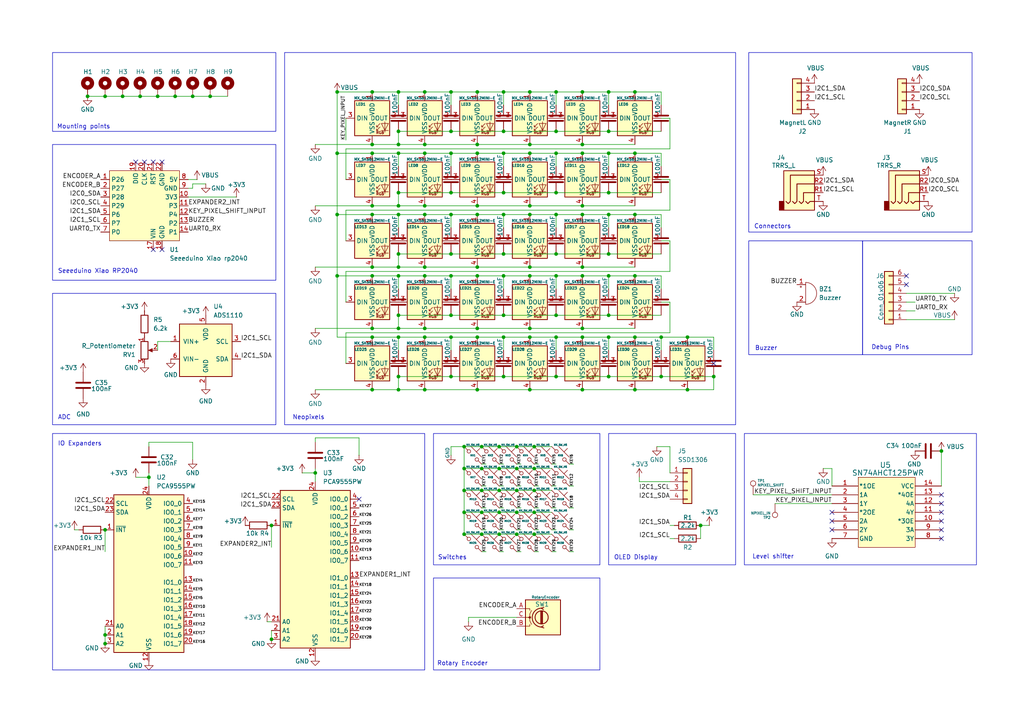
<source format=kicad_sch>
(kicad_sch (version 20231120) (generator "eeschema") (generator_version "8.0")
  (paper "A4")
  (title_block (title "Slab Keyboard - Left Module") (date "2024-10-16") (company "Edward Hesketh"))
  (junction (at 149.86 148.59))
  (junction (at 115.57 77.47))
  (junction (at 130.81 26.67))
  (junction (at 154.94 154.94))
  (junction (at 168.91 41.91))
  (junction (at 146.05 80.01))
  (junction (at 123.19 59.69))
  (junction (at 107.95 77.47))
  (junction (at 176.53 62.23))
  (junction (at 115.57 73.66))
  (junction (at 203.2 152.4))
  (junction (at 168.91 80.01))
  (junction (at 153.67 95.25))
  (junction (at 149.86 154.94))
  (junction (at 161.29 62.23))
  (junction (at 107.95 95.25))
  (junction (at 146.05 44.45))
  (junction (at 107.95 59.69))
  (junction (at 144.78 142.24))
  (junction (at 176.53 91.44))
  (junction (at 130.81 55.88))
  (junction (at 168.91 62.23))
  (junction (at 123.19 41.91))
  (junction (at 153.67 44.45))
  (junction (at 146.05 38.1))
  (junction (at 161.29 26.67))
  (junction (at 144.78 148.59))
  (junction (at 30.48 186.69))
  (junction (at 153.67 26.67))
  (junction (at 134.62 154.94))
  (junction (at 144.78 135.89))
  (junction (at 130.81 38.1))
  (junction (at 107.95 26.67))
  (junction (at 78.74 152.4))
  (junction (at 207.01 109.22))
  (junction (at 139.7 154.94))
  (junction (at 130.81 62.23))
  (junction (at 138.43 95.25))
  (junction (at 184.15 113.03))
  (junction (at 60.96 27.94))
  (junction (at 191.77 109.22))
  (junction (at 130.81 91.44))
  (junction (at 144.78 129.54))
  (junction (at 146.05 62.23))
  (junction (at 138.43 97.79))
  (junction (at 138.43 59.69))
  (junction (at 176.53 55.88))
  (junction (at 146.05 109.22))
  (junction (at 123.19 77.47))
  (junction (at 146.05 73.66))
  (junction (at 176.53 38.1))
  (junction (at 161.29 97.79))
  (junction (at 138.43 77.47))
  (junction (at 146.05 26.67))
  (junction (at 168.91 44.45))
  (junction (at 153.67 113.03))
  (junction (at 176.53 26.67))
  (junction (at 134.62 142.24))
  (junction (at 161.29 38.1))
  (junction (at 161.29 73.66))
  (junction (at 161.29 109.22))
  (junction (at 154.94 129.54))
  (junction (at 176.53 109.22))
  (junction (at 138.43 26.67))
  (junction (at 107.95 44.45))
  (junction (at 97.79 44.45))
  (junction (at 107.95 80.01))
  (junction (at 168.91 26.67))
  (junction (at 134.62 135.89))
  (junction (at 153.67 80.01))
  (junction (at 138.43 44.45))
  (junction (at 40.64 27.94))
  (junction (at 123.19 97.79))
  (junction (at 168.91 113.03))
  (junction (at 115.57 44.45))
  (junction (at 55.88 27.94))
  (junction (at 115.57 62.23))
  (junction (at 199.39 97.79))
  (junction (at 184.15 80.01))
  (junction (at 115.57 109.22))
  (junction (at 146.05 55.88))
  (junction (at 43.18 138.43))
  (junction (at 184.15 62.23))
  (junction (at 139.7 135.89))
  (junction (at 25.4 27.94))
  (junction (at 161.29 80.01))
  (junction (at 134.62 129.54))
  (junction (at 130.81 80.01))
  (junction (at 91.44 137.16))
  (junction (at 97.79 62.23))
  (junction (at 138.43 41.91))
  (junction (at 138.43 62.23))
  (junction (at 123.19 80.01))
  (junction (at 176.53 80.01))
  (junction (at 161.29 44.45))
  (junction (at 184.15 97.79))
  (junction (at 115.57 38.1))
  (junction (at 123.19 44.45))
  (junction (at 123.19 62.23))
  (junction (at 115.57 95.25))
  (junction (at 115.57 113.03))
  (junction (at 115.57 91.44))
  (junction (at 176.53 97.79))
  (junction (at 153.67 59.69))
  (junction (at 139.7 148.59))
  (junction (at 154.94 142.24))
  (junction (at 35.56 27.94))
  (junction (at 146.05 91.44))
  (junction (at 123.19 95.25))
  (junction (at 153.67 62.23))
  (junction (at 184.15 44.45))
  (junction (at 107.95 41.91))
  (junction (at 153.67 77.47))
  (junction (at 154.94 135.89))
  (junction (at 176.53 44.45))
  (junction (at 149.86 129.54))
  (junction (at 134.62 148.59))
  (junction (at 130.81 73.66))
  (junction (at 30.48 27.94))
  (junction (at 146.05 97.79))
  (junction (at 107.95 113.03))
  (junction (at 30.48 184.15))
  (junction (at 123.19 113.03))
  (junction (at 115.57 80.01))
  (junction (at 50.8 27.94))
  (junction (at 115.57 41.91))
  (junction (at 115.57 97.79))
  (junction (at 130.81 97.79))
  (junction (at 138.43 80.01))
  (junction (at 97.79 26.67))
  (junction (at 97.79 80.01))
  (junction (at 176.53 73.66))
  (junction (at 115.57 26.67))
  (junction (at 168.91 59.69))
  (junction (at 130.81 44.45))
  (junction (at 123.19 26.67))
  (junction (at 199.39 113.03))
  (junction (at 78.74 185.42))
  (junction (at 107.95 62.23))
  (junction (at 139.7 142.24))
  (junction (at 161.29 55.88))
  (junction (at 154.94 148.59))
  (junction (at 191.77 97.79))
  (junction (at 107.95 97.79))
  (junction (at 149.86 135.89))
  (junction (at 130.81 109.22))
  (junction (at 153.67 97.79))
  (junction (at 168.91 97.79))
  (junction (at 161.29 91.44))
  (junction (at 273.05 130.81))
  (junction (at 115.57 59.69))
  (junction (at 138.43 113.03))
  (junction (at 139.7 129.54))
  (junction (at 30.48 153.67))
  (junction (at 45.72 27.94))
  (junction (at 184.15 26.67))
  (junction (at 153.67 41.91))
  (junction (at 144.78 154.94))
  (junction (at 168.91 77.47))
  (junction (at 149.86 142.24))
  (junction (at 168.91 95.25))
  (junction (at 115.57 55.88))
  (no_connect (at 273.05 148.59))
  (no_connect (at 262.89 82.55))
  (no_connect (at 241.3 153.67))
  (no_connect (at 273.05 146.05))
  (no_connect (at 207.01 105.41))
  (no_connect (at 273.05 153.67))
  (no_connect (at 262.89 80.01))
  (no_connect (at 46.99 46.99))
  (no_connect (at 41.91 46.99))
  (no_connect (at 241.3 151.13))
  (no_connect (at 104.14 144.78))
  (no_connect (at 241.3 148.59))
  (no_connect (at 44.45 46.99))
  (no_connect (at 273.05 156.21))
  (no_connect (at 44.45 72.39))
  (no_connect (at 273.05 143.51))
  (no_connect (at 39.37 46.99))
  (no_connect (at 273.05 151.13))
  (no_connect (at 46.99 72.39))
  (wire (pts (xy 115.57 55.88) (xy 115.57 59.69)))
  (wire (pts (xy 134.62 148.59) (xy 139.7 148.59)))
  (wire (pts (xy 43.18 128.27) (xy 43.18 129.54)))
  (wire (pts (xy 205.74 152.4) (xy 203.2 152.4)))
  (wire (pts (xy 194.31 69.85) (xy 194.31 78.74)))
  (wire (pts (xy 107.95 59.69) (xy 115.57 59.69)))
  (wire (pts (xy 55.88 128.27) (xy 55.88 133.35)))
  (wire (pts (xy 115.57 80.01) (xy 107.95 80.01)))
  (wire (pts (xy 191.77 34.29) (xy 194.31 34.29)))
  (wire (pts (xy 130.81 38.1) (xy 146.05 38.1)))
  (wire (pts (xy 166.37 147.32) (xy 165.1 147.32)))
  (wire (pts (xy 21.59 153.67) (xy 22.86 153.67)))
  (wire (pts (xy 68.58 57.15) (xy 54.61 57.15)))
  (wire (pts (xy 35.56 27.94) (xy 40.64 27.94)))
  (wire (pts (xy 115.57 109.22) (xy 130.81 109.22)))
  (wire (pts (xy 161.29 44.45) (xy 153.67 44.45)))
  (wire (pts (xy 146.05 101.6) (xy 146.05 97.79)))
  (wire (pts (xy 115.57 44.45) (xy 123.19 44.45)))
  (wire (pts (xy 115.57 77.47) (xy 123.19 77.47)))
  (wire (pts (xy 55.88 54.61) (xy 54.61 54.61)))
  (wire (pts (xy 194.31 52.07) (xy 194.31 60.96)))
  (wire (pts (xy 134.62 142.24) (xy 139.7 142.24)))
  (wire (pts (xy 130.81 26.67) (xy 138.43 26.67)))
  (wire (pts (xy 207.01 101.6) (xy 207.01 97.79)))
  (wire (pts (xy 156.21 160.02) (xy 154.94 160.02)))
  (wire (pts (xy 139.7 135.89) (xy 144.78 135.89)))
  (wire (pts (xy 149.86 179.07) (xy 135.89 179.07)))
  (wire (pts (xy 115.57 66.04) (xy 115.57 62.23)))
  (wire (pts (xy 115.57 38.1) (xy 130.81 38.1)))
  (wire (pts (xy 273.05 130.81) (xy 273.05 140.97)))
  (wire (pts (xy 153.67 95.25) (xy 168.91 95.25)))
  (wire (pts (xy 218.44 143.51) (xy 241.3 143.51)))
  (wire (pts (xy 146.05 26.67) (xy 153.67 26.67)))
  (wire (pts (xy 30.48 184.15) (xy 30.48 186.69)))
  (wire (pts (xy 43.18 137.16) (xy 43.18 138.43)))
  (wire (pts (xy 115.57 109.22) (xy 115.57 113.03)))
  (wire (pts (xy 207.01 109.22) (xy 207.01 113.03)))
  (wire (pts (xy 146.05 73.66) (xy 161.29 73.66)))
  (wire (pts (xy 194.31 34.29) (xy 194.31 43.18)))
  (wire (pts (xy 140.97 140.97) (xy 139.7 140.97)))
  (wire (pts (xy 146.05 62.23) (xy 153.67 62.23)))
  (wire (pts (xy 138.43 59.69) (xy 153.67 59.69)))
  (wire (pts (xy 123.19 59.69) (xy 138.43 59.69)))
  (wire (pts (xy 115.57 97.79) (xy 123.19 97.79)))
  (wire (pts (xy 191.77 26.67) (xy 184.15 26.67)))
  (wire (pts (xy 115.57 55.88) (xy 130.81 55.88)))
  (wire (pts (xy 130.81 83.82) (xy 130.81 80.01)))
  (wire (pts (xy 161.29 97.79) (xy 153.67 97.79)))
  (wire (pts (xy 115.57 73.66) (xy 130.81 73.66)))
  (wire (pts (xy 176.53 62.23) (xy 184.15 62.23)))
  (wire (pts (xy 161.29 73.66) (xy 176.53 73.66)))
  (wire (pts (xy 139.7 154.94) (xy 144.78 154.94)))
  (wire (pts (xy 151.13 160.02) (xy 149.86 160.02)))
  (wire (pts (xy 156.21 153.67) (xy 154.94 153.67)))
  (wire (pts (xy 97.79 44.45) (xy 97.79 62.23)))
  (wire (pts (xy 168.91 113.03) (xy 184.15 113.03)))
  (wire (pts (xy 149.86 148.59) (xy 154.94 148.59)))
  (wire (pts (xy 161.29 160.02) (xy 160.02 160.02)))
  (wire (pts (xy 134.62 154.94) (xy 139.7 154.94)))
  (wire (pts (xy 115.57 113.03) (xy 123.19 113.03)))
  (wire (pts (xy 151.13 153.67) (xy 149.86 153.67)))
  (wire (pts (xy 166.37 134.62) (xy 165.1 134.62)))
  (wire (pts (xy 166.37 140.97) (xy 165.1 140.97)))
  (wire (pts (xy 168.91 41.91) (xy 184.15 41.91)))
  (wire (pts (xy 130.81 91.44) (xy 146.05 91.44)))
  (wire (pts (xy 130.81 66.04) (xy 130.81 62.23)))
  (wire (pts (xy 78.74 182.88) (xy 78.74 185.42)))
  (wire (pts (xy 91.44 135.89) (xy 91.44 137.16)))
  (wire (pts (xy 115.57 83.82) (xy 115.57 80.01)))
  (wire (pts (xy 134.62 135.89) (xy 139.7 135.89)))
  (wire (pts (xy 144.78 142.24) (xy 149.86 142.24)))
  (wire (pts (xy 191.77 44.45) (xy 184.15 44.45)))
  (wire (pts (xy 146.05 140.97) (xy 144.78 140.97)))
  (wire (pts (xy 146.05 30.48) (xy 146.05 26.67)))
  (wire (pts (xy 265.43 87.63) (xy 262.89 87.63)))
  (wire (pts (xy 161.29 83.82) (xy 161.29 80.01)))
  (wire (pts (xy 97.79 97.79) (xy 107.95 97.79)))
  (wire (pts (xy 43.18 128.27) (xy 55.88 128.27)))
  (wire (pts (xy 144.78 135.89) (xy 149.86 135.89)))
  (wire (pts (xy 168.91 77.47) (xy 184.15 77.47)))
  (wire (pts (xy 161.29 38.1) (xy 176.53 38.1)))
  (wire (pts (xy 146.05 80.01) (xy 138.43 80.01)))
  (wire (pts (xy 138.43 95.25) (xy 153.67 95.25)))
  (wire (pts (xy 49.53 99.06) (xy 45.72 99.06)))
  (wire (pts (xy 25.4 27.94) (xy 30.48 27.94)))
  (wire (pts (xy 146.05 83.82) (xy 146.05 80.01)))
  (wire (pts (xy 153.67 113.03) (xy 168.91 113.03)))
  (wire (pts (xy 151.13 147.32) (xy 149.86 147.32)))
  (wire (pts (xy 100.33 43.18) (xy 100.33 52.07)))
  (wire (pts (xy 262.89 85.09) (xy 276.86 85.09)))
  (wire (pts (xy 166.37 153.67) (xy 165.1 153.67)))
  (wire (pts (xy 100.33 78.74) (xy 100.33 87.63)))
  (wire (pts (xy 176.53 91.44) (xy 191.77 91.44)))
  (wire (pts (xy 161.29 30.48) (xy 161.29 26.67)))
  (wire (pts (xy 146.05 91.44) (xy 161.29 91.44)))
  (wire (pts (xy 146.05 160.02) (xy 144.78 160.02)))
  (wire (pts (xy 130.81 109.22) (xy 146.05 109.22)))
  (wire (pts (xy 191.77 52.07) (xy 194.31 52.07)))
  (wire (pts (xy 153.67 77.47) (xy 168.91 77.47)))
  (wire (pts (xy 146.05 80.01) (xy 153.67 80.01)))
  (wire (pts (xy 191.77 62.23) (xy 184.15 62.23)))
  (wire (pts (xy 107.95 95.25) (xy 115.57 95.25)))
  (wire (pts (xy 146.05 48.26) (xy 146.05 44.45)))
  (wire (pts (xy 176.53 26.67) (xy 184.15 26.67)))
  (wire (pts (xy 57.15 52.07) (xy 54.61 52.07)))
  (wire (pts (xy 194.31 96.52) (xy 100.33 96.52)))
  (wire (pts (xy 156.21 147.32) (xy 154.94 147.32)))
  (wire (pts (xy 130.81 26.67) (xy 123.19 26.67)))
  (wire (pts (xy 153.67 41.91) (xy 168.91 41.91)))
  (wire (pts (xy 161.29 147.32) (xy 160.02 147.32)))
  (wire (pts (xy 130.81 62.23) (xy 138.43 62.23)))
  (wire (pts (xy 140.97 147.32) (xy 139.7 147.32)))
  (wire (pts (xy 146.05 66.04) (xy 146.05 62.23)))
  (wire (pts (xy 194.31 78.74) (xy 100.33 78.74)))
  (wire (pts (xy 194.31 43.18) (xy 100.33 43.18)))
  (wire (pts (xy 146.05 26.67) (xy 138.43 26.67)))
  (wire (pts (xy 156.21 134.62) (xy 154.94 134.62)))
  (wire (pts (xy 130.81 55.88) (xy 146.05 55.88)))
  (wire (pts (xy 265.43 90.17) (xy 262.89 90.17)))
  (wire (pts (xy 55.88 53.34) (xy 55.88 54.61)))
  (wire (pts (xy 144.78 129.54) (xy 149.86 129.54)))
  (wire (pts (xy 115.57 38.1) (xy 115.57 41.91)))
  (wire (pts (xy 149.86 129.54) (xy 154.94 129.54)))
  (wire (pts (xy 134.62 142.24) (xy 134.62 148.59)))
  (wire (pts (xy 107.95 113.03) (xy 115.57 113.03)))
  (wire (pts (xy 139.7 129.54) (xy 144.78 129.54)))
  (wire (pts (xy 134.62 129.54) (xy 134.62 135.89)))
  (wire (pts (xy 161.29 26.67) (xy 168.91 26.67)))
  (wire (pts (xy 149.86 142.24) (xy 154.94 142.24)))
  (wire (pts (xy 130.81 101.6) (xy 130.81 97.79)))
  (wire (pts (xy 191.77 48.26) (xy 191.77 44.45)))
  (wire (pts (xy 176.53 44.45) (xy 184.15 44.45)))
  (wire (pts (xy 140.97 134.62) (xy 139.7 134.62)))
  (wire (pts (xy 115.57 41.91) (xy 123.19 41.91)))
  (wire (pts (xy 161.29 134.62) (xy 160.02 134.62)))
  (wire (pts (xy 161.29 48.26) (xy 161.29 44.45)))
  (wire (pts (xy 130.81 48.26) (xy 130.81 44.45)))
  (wire (pts (xy 115.57 26.67) (xy 123.19 26.67)))
  (wire (pts (xy 168.91 95.25) (xy 184.15 95.25)))
  (wire (pts (xy 191.77 83.82) (xy 191.77 80.01)))
  (wire (pts (xy 146.05 97.79) (xy 138.43 97.79)))
  (wire (pts (xy 146.05 55.88) (xy 161.29 55.88)))
  (wire (pts (xy 161.29 101.6) (xy 161.29 97.79)))
  (wire (pts (xy 97.79 80.01) (xy 107.95 80.01)))
  (wire (pts (xy 168.91 59.69) (xy 184.15 59.69)))
  (wire (pts (xy 115.57 59.69) (xy 123.19 59.69)))
  (wire (pts (xy 134.62 135.89) (xy 134.62 142.24)))
  (wire (pts (xy 194.31 139.7) (xy 185.42 139.7)))
  (wire (pts (xy 154.94 129.54) (xy 160.02 129.54)))
  (wire (pts (xy 115.57 62.23) (xy 107.95 62.23)))
  (wire (pts (xy 115.57 73.66) (xy 115.57 77.47)))
  (wire (pts (xy 140.97 160.02) (xy 139.7 160.02)))
  (wire (pts (xy 50.8 27.94) (xy 55.88 27.94)))
  (wire (pts (xy 176.53 109.22) (xy 191.77 109.22)))
  (wire (pts (xy 176.53 83.82) (xy 176.53 80.01)))
  (wire (pts (xy 45.72 27.94) (xy 50.8 27.94)))
  (wire (pts (xy 176.53 44.45) (xy 168.91 44.45)))
  (wire (pts (xy 224.79 146.05) (xy 241.3 146.05)))
  (wire (pts (xy 146.05 44.45) (xy 138.43 44.45)))
  (wire (pts (xy 184.15 113.03) (xy 199.39 113.03)))
  (wire (pts (xy 191.77 80.01) (xy 184.15 80.01)))
  (wire (pts (xy 176.53 48.26) (xy 176.53 44.45)))
  (wire (pts (xy 130.81 30.48) (xy 130.81 26.67)))
  (wire (pts (xy 194.31 152.4) (xy 195.58 152.4)))
  (wire (pts (xy 191.77 109.22) (xy 207.01 109.22)))
  (wire (pts (xy 115.57 95.25) (xy 123.19 95.25)))
  (wire (pts (xy 191.77 66.04) (xy 191.77 62.23)))
  (wire (pts (xy 134.62 148.59) (xy 134.62 154.94)))
  (wire (pts (xy 146.05 38.1) (xy 161.29 38.1)))
  (wire (pts (xy 146.05 134.62) (xy 144.78 134.62)))
  (wire (pts (xy 130.81 73.66) (xy 146.05 73.66)))
  (wire (pts (xy 176.53 80.01) (xy 184.15 80.01)))
  (wire (pts (xy 138.43 77.47) (xy 153.67 77.47)))
  (wire (pts (xy 176.53 97.79) (xy 168.91 97.79)))
  (wire (pts (xy 241.3 140.97) (xy 241.3 135.89)))
  (wire (pts (xy 139.7 142.24) (xy 144.78 142.24)))
  (wire (pts (xy 97.79 44.45) (xy 107.95 44.45)))
  (wire (pts (xy 87.63 137.16) (xy 91.44 137.16)))
  (wire (pts (xy 194.31 87.63) (xy 194.31 96.52)))
  (wire (pts (xy 176.53 101.6) (xy 176.53 97.79)))
  (wire (pts (xy 161.29 91.44) (xy 176.53 91.44)))
  (wire (pts (xy 176.53 62.23) (xy 168.91 62.23)))
  (wire (pts (xy 176.53 73.66) (xy 191.77 73.66)))
  (wire (pts (xy 144.78 154.94) (xy 149.86 154.94)))
  (wire (pts (xy 191.77 97.79) (xy 184.15 97.79)))
  (wire (pts (xy 176.53 26.67) (xy 168.91 26.67)))
  (wire (pts (xy 115.57 80.01) (xy 123.19 80.01)))
  (wire (pts (xy 130.81 97.79) (xy 138.43 97.79)))
  (wire (pts (xy 144.78 148.59) (xy 149.86 148.59)))
  (wire (pts (xy 176.53 66.04) (xy 176.53 62.23)))
  (wire (pts (xy 130.81 62.23) (xy 123.19 62.23)))
  (wire (pts (xy 130.81 44.45) (xy 123.19 44.45)))
  (wire (pts (xy 191.77 87.63) (xy 194.31 87.63)))
  (wire (pts (xy 146.05 97.79) (xy 153.67 97.79)))
  (wire (pts (xy 100.33 60.96) (xy 100.33 69.85)))
  (wire (pts (xy 91.44 137.16) (xy 91.44 139.7)))
  (wire (pts (xy 107.95 77.47) (xy 115.57 77.47)))
  (wire (pts (xy 161.29 55.88) (xy 176.53 55.88)))
  (wire (pts (xy 97.79 26.67) (xy 107.95 26.67)))
  (wire (pts (xy 134.62 129.54) (xy 139.7 129.54)))
  (wire (pts (xy 207.01 113.03) (xy 199.39 113.03)))
  (wire (pts (xy 185.42 139.7) (xy 185.42 138.43)))
  (wire (pts (xy 146.05 153.67) (xy 144.78 153.67)))
  (wire (pts (xy 100.33 40.64) (xy 100.33 34.29)))
  (wire (pts (xy 161.29 66.04) (xy 161.29 62.23)))
  (wire (pts (xy 123.19 41.91) (xy 138.43 41.91)))
  (wire (pts (xy 91.44 113.03) (xy 107.95 113.03)))
  (wire (pts (xy 91.44 41.91) (xy 107.95 41.91)))
  (wire (pts (xy 45.72 99.06) (xy 45.72 101.6)))
  (wire (pts (xy 241.3 135.89) (xy 238.76 135.89)))
  (wire (pts (xy 97.79 62.23) (xy 97.79 80.01)))
  (wire (pts (xy 130.81 129.54) (xy 130.81 132.08)))
  (wire (pts (xy 107.95 41.91) (xy 115.57 41.91)))
  (wire (pts (xy 130.81 80.01) (xy 138.43 80.01)))
  (wire (pts (xy 146.05 109.22) (xy 161.29 109.22)))
  (wire (pts (xy 149.86 135.89) (xy 154.94 135.89)))
  (wire (pts (xy 194.31 156.21) (xy 195.58 156.21)))
  (wire (pts (xy 91.44 127) (xy 104.14 127)))
  (wire (pts (xy 104.14 127) (xy 104.14 132.08)))
  (wire (pts (xy 139.7 148.59) (xy 144.78 148.59)))
  (wire (pts (xy 130.81 97.79) (xy 123.19 97.79)))
  (wire (pts (xy 115.57 91.44) (xy 115.57 95.25)))
  (wire (pts (xy 156.21 140.97) (xy 154.94 140.97)))
  (wire (pts (xy 97.79 26.67) (xy 97.79 44.45)))
  (wire (pts (xy 91.44 59.69) (xy 107.95 59.69)))
  (wire (pts (xy 161.29 44.45) (xy 168.91 44.45)))
  (wire (pts (xy 176.53 80.01) (xy 168.91 80.01)))
  (wire (pts (xy 207.01 97.79) (xy 199.39 97.79)))
  (wire (pts (xy 60.96 27.94) (xy 66.04 27.94)))
  (wire (pts (xy 39.37 138.43) (xy 43.18 138.43)))
  (wire (pts (xy 138.43 113.03) (xy 153.67 113.03)))
  (wire (pts (xy 91.44 77.47) (xy 107.95 77.47)))
  (wire (pts (xy 151.13 140.97) (xy 149.86 140.97)))
  (wire (pts (xy 191.77 97.79) (xy 199.39 97.79)))
  (wire (pts (xy 115.57 97.79) (xy 107.95 97.79)))
  (wire (pts (xy 161.29 97.79) (xy 168.91 97.79)))
  (wire (pts (xy 161.29 80.01) (xy 168.91 80.01)))
  (wire (pts (xy 115.57 26.67) (xy 107.95 26.67)))
  (wire (pts (xy 115.57 91.44) (xy 130.81 91.44)))
  (wire (pts (xy 30.48 27.94) (xy 35.56 27.94)))
  (wire (pts (xy 97.79 80.01) (xy 97.79 97.79)))
  (wire (pts (xy 191.77 101.6) (xy 191.77 97.79)))
  (wire (pts (xy 194.31 129.54) (xy 190.5 129.54)))
  (wire (pts (xy 135.89 179.07) (xy 135.89 180.34)))
  (wire (pts (xy 123.19 95.25) (xy 138.43 95.25)))
  (wire (pts (xy 134.62 129.54) (xy 130.81 129.54)))
  (wire (pts (xy 130.81 44.45) (xy 138.43 44.45)))
  (wire (pts (xy 30.48 181.61) (xy 30.48 184.15)))
  (wire (pts (xy 203.2 152.4) (xy 203.2 156.21)))
  (wire (pts (xy 91.44 127) (xy 91.44 128.27)))
  (wire (pts (xy 161.29 62.23) (xy 153.67 62.23)))
  (wire (pts (xy 166.37 160.02) (xy 165.1 160.02)))
  (wire (pts (xy 176.53 97.79) (xy 184.15 97.79)))
  (wire (pts (xy 123.19 113.03) (xy 138.43 113.03)))
  (wire (pts (xy 146.05 44.45) (xy 153.67 44.45)))
  (wire (pts (xy 78.74 152.4) (xy 78.74 158.75)))
  (wire (pts (xy 115.57 48.26) (xy 115.57 44.45)))
  (wire (pts (xy 149.86 154.94) (xy 154.94 154.94)))
  (wire (pts (xy 161.29 62.23) (xy 168.91 62.23)))
  (wire (pts (xy 154.94 135.89) (xy 160.02 135.89)))
  (wire (pts (xy 161.29 26.67) (xy 153.67 26.67)))
  (wire (pts (xy 130.81 80.01) (xy 123.19 80.01)))
  (wire (pts (xy 97.79 62.23) (xy 107.95 62.23)))
  (wire (pts (xy 194.31 60.96) (xy 100.33 60.96)))
  (wire (pts (xy 115.57 62.23) (xy 123.19 62.23)))
  (wire (pts (xy 115.57 30.48) (xy 115.57 26.67)))
  (wire (pts (xy 161.29 153.67) (xy 160.02 153.67)))
  (wire (pts (xy 191.77 30.48) (xy 191.77 26.67)))
  (wire (pts (xy 91.44 95.25) (xy 107.95 95.25)))
  (wire (pts (xy 115.57 44.45) (xy 107.95 44.45)))
  (wire (pts (xy 176.53 30.48) (xy 176.53 26.67)))
  (wire (pts (xy 138.43 41.91) (xy 153.67 41.91)))
  (wire (pts (xy 146.05 147.32) (xy 144.78 147.32)))
  (wire (pts (xy 100.33 96.52) (xy 100.33 105.41)))
  (wire (pts (xy 123.19 77.47) (xy 138.43 77.47)))
  (wire (pts (xy 151.13 134.62) (xy 149.86 134.62)))
  (wire (pts (xy 146.05 62.23) (xy 138.43 62.23)))
  (wire (pts (xy 191.77 69.85) (xy 194.31 69.85)))
  (wire (pts (xy 154.94 148.59) (xy 160.02 148.59)))
  (wire (pts (xy 55.88 27.94) (xy 60.96 27.94)))
  (wire (pts (xy 176.53 38.1) (xy 191.77 38.1)))
  (wire (pts (xy 77.47 180.34) (xy 78.74 180.34)))
  (wire (pts (xy 115.57 101.6) (xy 115.57 97.79)))
  (wire (pts (xy 43.18 138.43) (xy 43.18 140.97)))
  (wire (pts (xy 40.64 27.94) (xy 45.72 27.94)))
  (wire (pts (xy 140.97 153.67) (xy 139.7 153.67)))
  (wire (pts (xy 194.31 129.54) (xy 194.31 137.16)))
  (wire (pts (xy 161.29 109.22) (xy 176.53 109.22)))
  (wire (pts (xy 161.29 80.01) (xy 153.67 80.01)))
  (wire (pts (xy 55.88 53.34) (xy 59.69 53.34)))
  (wire (pts (xy 153.67 59.69) (xy 168.91 59.69)))
  (wire (pts (xy 30.48 153.67) (xy 30.48 160.02)))
  (wire (pts (xy 154.94 154.94) (xy 160.02 154.94)))
  (wire (pts (xy 154.94 142.24) (xy 160.02 142.24)))
  (wire (pts (xy 161.29 140.97) (xy 160.02 140.97)))
  (wire (pts (xy 176.53 55.88) (xy 191.77 55.88)))
  (wire (pts (xy 276.86 92.71) (xy 262.89 92.71)))
  (rectangle (start 215.9 125.73) (end 283.21 163.83))
  (rectangle (start 250.19 69.85) (end 281.94 102.87))
  (rectangle (start 82.55 15.24) (end 213.36 123.19))
  (rectangle (start 217.17 15.24) (end 281.94 67.31))
  (rectangle (start 125.73 125.73) (end 173.99 163.83))
  (rectangle (start 217.17 69.85) (end 250.19 102.87))
  (rectangle (start 15.24 85.09) (end 80.01 123.19))
  (rectangle (start 15.24 41.91) (end 80.01 81.28))
  (rectangle (start 125.73 167.64) (end 173.99 194.31))
  (rectangle (start 15.24 125.73) (end 123.19 194.31))
  (rectangle (start 176.53 125.73) (end 213.36 163.83))
  (rectangle (start 15.24 15.24) (end 80.01 38.1))
  (text "Mounting points" (at 16.51 36.83 0) (effects (font (size 1.27 1.27)) (justify left)))
  (text "Switches" (at 127 161.798 0) (effects (font (size 1.27 1.27)) (justify left)))
  (text "Neopixels" (at 84.836 121.158 0) (effects (font (size 1.27 1.27)) (justify left)))
  (text "Connectors" (at 218.694 65.786 0) (effects (font (size 1.27 1.27)) (justify left)))
  (text "OLED Display" (at 178.054 161.798 0) (effects (font (size 1.27 1.27)) (justify left)))
  (text "Level shifter" (at 218.186 161.544 0) (effects (font (size 1.27 1.27)) (justify left)))
  (text "Debug Pins" (at 252.73 100.838 0) (effects (font (size 1.27 1.27)) (justify left)))
  (text "IO Expanders" (at 16.764 128.778 0) (effects (font (size 1.27 1.27)) (justify left)))
  (text "Rotary Encoder" (at 126.746 192.532 0) (effects (font (size 1.27 1.27)) (justify left)))
  (text "ADC" (at 16.764 121.158 0) (effects (font (size 1.27 1.27)) (justify left)))
  (text "Seeeduino Xiao RP2040" (at 16.764 78.74 0) (effects (font (size 1.27 1.27)) (justify left)))
  (text "Buzzer" (at 218.948 101.092 0) (effects (font (size 1.27 1.27)) (justify left)))
  (label "KEY18" (at 166.37 147.32 90) (effects (font (size 0.75 0.75))))
  (label "BUZZER" (at 54.61 64.77 0))
  (label "I2C1_SDA" (at 29.21 62.23 180))
  (label "KEY23" (at 104.14 175.26 0) (effects (font (size 0.75 0.75))))
  (label "KEY13" (at 140.97 147.32 90) (effects (font (size 0.75 0.75))))
  (label "KEY7" (at 140.97 140.97 90) (effects (font (size 0.75 0.75))))
  (label "KEY11" (at 161.29 140.97 90) (effects (font (size 0.75 0.75))))
  (label "KEY25" (at 140.97 160.02 90) (effects (font (size 0.75 0.75))))
  (label "KEY12" (at 55.88 181.61 0) (effects (font (size 0.75 0.75))))
  (label "I2C1_SDA" (at 69.85 104.14 0))
  (label "KEY1" (at 140.97 134.62 90) (effects (font (size 0.75 0.75))))
  (label "KEY2" (at 146.05 134.62 90) (effects (font (size 0.75 0.75))))
  (label "KEY12" (at 166.37 140.97 90) (effects (font (size 0.75 0.75))))
  (label "KEY16" (at 156.21 147.32 90) (effects (font (size 0.75 0.75))))
  (label "I2C0_SCL" (at 269.24 55.88 0))
  (label "KEY13" (at 104.14 162.56 0) (effects (font (size 0.75 0.75))))
  (label "KEY19" (at 140.97 153.67 90) (effects (font (size 0.75 0.75))))
  (label "I2C1_SDA" (at 236.22 26.67 0))
  (label "KEY19" (at 104.14 160.02 0) (effects (font (size 0.75 0.75))))
  (label "KEY24" (at 104.14 172.72 0) (effects (font (size 0.75 0.75))))
  (label "KEY5" (at 161.29 134.62 90) (effects (font (size 0.75 0.75))))
  (label "KEY30" (at 104.14 180.34 0) (effects (font (size 0.75 0.75))))
  (label "ENCODER_A" (at 149.86 176.53 180))
  (label "KEY_PIXEL_INPUT" (at 241.3 146.05 180))
  (label "I2C1_SCL" (at 69.85 99.06 0))
  (label "KEY22" (at 156.21 153.67 90) (effects (font (size 0.75 0.75))))
  (label "EXPANDER2_INT" (at 78.74 158.75 180))
  (label "KEY10" (at 156.21 140.97 90) (effects (font (size 0.75 0.75))))
  (label "KEY26" (at 104.14 149.86 0) (effects (font (size 0.75 0.75))))
  (label "KEY_PIXEL_INPUT" (at 100.33 40.64 90) (effects (font (size 1 1))))
  (label "KEY27" (at 104.14 147.32 0) (effects (font (size 0.75 0.75))))
  (label "I2C1_SCL" (at 194.31 142.24 180))
  (label "KEY14" (at 55.88 148.59 0) (effects (font (size 0.75 0.75))))
  (label "KEY9" (at 55.88 156.21 0) (effects (font (size 0.75 0.75))))
  (label "KEY26" (at 146.05 160.02 90) (effects (font (size 0.75 0.75))))
  (label "ENCODER_A" (at 29.21 52.07 180))
  (label "KEY28" (at 104.14 185.42 0) (effects (font (size 0.75 0.75))))
  (label "KEY22" (at 104.14 177.8 0) (effects (font (size 0.75 0.75))))
  (label "I2C0_SCL" (at 266.7 29.21 0))
  (label "KEY17" (at 55.88 184.15 0) (effects (font (size 0.75 0.75))))
  (label "ENCODER_B" (at 149.86 181.61 180))
  (label "KEY4" (at 156.21 134.62 90) (effects (font (size 0.75 0.75))))
  (label "I2C0_SDA" (at 266.7 26.67 0))
  (label "KEY14" (at 146.05 147.32 90) (effects (font (size 0.75 0.75))))
  (label "KEY8" (at 146.05 140.97 90) (effects (font (size 0.75 0.75))))
  (label "I2C1_SCL" (at 238.76 55.88 0))
  (label "KEY_PIXEL_SHIFT_INPUT" (at 241.3 143.51 180))
  (label "I2C1_SCL" (at 236.22 29.21 0))
  (label "UART0_TX" (at 29.21 67.31 180))
  (label "I2C1_SDA" (at 30.48 148.59 180))
  (label "I2C1_SDA" (at 194.31 144.78 180))
  (label "KEY17" (at 161.29 147.32 90) (effects (font (size 0.75 0.75))))
  (label "I2C1_SCL" (at 194.31 156.21 180))
  (label "I2C1_SCL" (at 30.48 146.05 180))
  (label "KEY24" (at 166.37 153.67 90) (effects (font (size 0.75 0.75))))
  (label "KEY28" (at 156.21 160.02 90) (effects (font (size 0.75 0.75))))
  (label "KEY_PIXEL_SHIFT_INPUT" (at 54.61 62.23 0))
  (label "KEY8" (at 55.88 153.67 0) (effects (font (size 0.75 0.75))))
  (label "KEY23" (at 161.29 153.67 90) (effects (font (size 0.75 0.75))))
  (label "KEY20" (at 146.05 153.67 90) (effects (font (size 0.75 0.75))))
  (label "I2C1_SDA" (at 78.74 147.32 180))
  (label "KEY21" (at 151.13 153.67 90) (effects (font (size 0.75 0.75))))
  (label "I2C0_SCL" (at 29.21 59.69 180))
  (label "KEY5" (at 55.88 171.45 0) (effects (font (size 0.75 0.75))))
  (label "KEY1" (at 55.88 158.75 0) (effects (font (size 0.75 0.75))))
  (label "KEY6" (at 166.37 134.62 90) (effects (font (size 0.75 0.75))))
  (label "KEY15" (at 151.13 147.32 90) (effects (font (size 0.75 0.75))))
  (label "KEY30" (at 166.37 160.02 90) (effects (font (size 0.75 0.75))))
  (label "I2C0_SDA" (at 269.24 53.34 0))
  (label "KEY29" (at 104.14 182.88 0) (effects (font (size 0.75 0.75))))
  (label "EXPANDER2_INT" (at 54.61 59.69 0))
  (label "UART0_RX" (at 54.61 67.31 0))
  (label "I2C1_SCL" (at 78.74 144.78 180))
  (label "I2C0_SDA" (at 29.21 57.15 180))
  (label "KEY4" (at 55.88 168.91 0) (effects (font (size 0.75 0.75))))
  (label "KEY6" (at 55.88 173.99 0) (effects (font (size 0.75 0.75))))
  (label "KEY25" (at 104.14 152.4 0) (effects (font (size 0.75 0.75))))
  (label "I2C1_SCL" (at 29.21 64.77 180))
  (label "KEY3" (at 151.13 134.62 90) (effects (font (size 0.75 0.75))))
  (label "KEY9" (at 151.13 140.97 90) (effects (font (size 0.75 0.75))))
  (label "I2C1_SDA" (at 238.76 53.34 0))
  (label "KEY15" (at 55.88 146.05 0) (effects (font (size 0.75 0.75))))
  (label "KEY21" (at 104.14 154.94 0) (effects (font (size 0.75 0.75))))
  (label "KEY7" (at 55.88 151.13 0) (effects (font (size 0.75 0.75))))
  (label "KEY3" (at 55.88 163.83 0) (effects (font (size 0.75 0.75))))
  (label "KEY11" (at 55.88 179.07 0) (effects (font (size 0.75 0.75))))
  (label "KEY29" (at 161.29 160.02 90) (effects (font (size 0.75 0.75))))
  (label "KEY27" (at 151.13 160.02 90) (effects (font (size 0.75 0.75))))
  (label "EXPANDER1_INT" (at 104.14 167.64 0))
  (label "KEY10" (at 55.88 176.53 0) (effects (font (size 0.75 0.75))))
  (label "UART0_RX" (at 265.43 90.17 0))
  (label "KEY18" (at 104.14 170.18 0) (effects (font (size 0.75 0.75))))
  (label "EXPANDER1_INT" (at 30.48 160.02 180))
  (label "ENCODER_B" (at 29.21 54.61 180))
  (label "KEY20" (at 104.14 157.48 0) (effects (font (size 0.75 0.75))))
  (label "BUZZER" (at 231.14 82.55 180))
  (label "KEY2" (at 55.88 161.29 0) (effects (font (size 0.75 0.75))))
  (label "UART0_TX" (at 265.43 87.63 0))
  (label "I2C1_SDA" (at 194.31 152.4 180))
  (label "KEY16" (at 55.88 186.69 0) (effects (font (size 0.75 0.75))))
  (symbol (lib_id "Device:C") (at 146.05 87.63 180) (unit 1)
    (property "Reference" "C21" (effects (hide yes)))
    (property "Value" "100nF" (at 145.034 86.36 90) (effects (justify right)))
    (property "Footprint" "Capacitor_SMD:C_0603_1608Metric_Pad1.08x0.95mm_HandSolder" (effects (hide yes)))
    (property "Description" "Unpolarized capacitor" (effects (hide yes)))
  )
  (symbol (lib_id "PCM_marbastlib-mx:MX_SK6812MINI-E") (at 107.95 105.41 0) (unit 1)
    (property "Reference" "LED25" (at 104.648 101.346 0) (effects (font (size 0.75 0.75))))
    (property "Value" "MX_SK6812MINI-E" (at 107.95 99.568 0) (effects (font (size 0.75 0.75))))
    (property "Footprint" "CustomFootprints:LED_MX_6028R-ROT_Custom" (effects (hide yes)))
  )
  (symbol (lib_id "PCM_marbastlib-mx:MX_SW_HS_CPG151101S11") (at 152.4 157.48 0) (unit 1)
    (property "Reference" "MX28" (at 152.4 157.48 0) (effects (font (size 0.5 0.5))))
    (property "Value" "MX_SW_HS" (at 152.4 154.432 0) (effects (font (size 0.5 0.5))))
    (property "Footprint" "CustomFootprints:SW_choc_mx_combined" (effects (hide yes)))
    (property "Description" "Push button switch, normally open, two pins, 45° tilted, Kailh CPG151101S11 for Cherry MX style switches" (effects (hide yes)))
  )
  (symbol (lib_id "Connector_Generic:Conn_01x04") (at 261.62 29.21 180) (unit 1)
    (property "Reference" "J1" (at 264.414 38.1 0) (effects (justify left)))
    (property "Value" "MagnetR" (at 264.414 35.56 0) (effects (justify left)))
    (property "Footprint" "CustomFootprints:5358_mag_connector_1x4_pads" (effects (hide yes)))
  )
  (symbol (lib_id "Device:R") (at 41.91 93.98 0) (unit 1)
    (property "Reference" "R5" (at 44.45 92.7099 0) (effects (justify left)))
    (property "Value" "6.2k" (at 44.45 95.2499 0) (effects (justify left)))
    (property "Footprint" "Resistor_SMD:R_0603_1608Metric_Pad0.98x0.95mm_HandSolder" (effects (hide yes)))
    (property "Description" "Resistor" (effects (hide yes)))
  )
  (symbol (lib_id "power:GND") (at 91.44 95.25 0) (unit 1)
    (property "Reference" "#PWR0235" (effects (hide yes)))
    (property "Value" "GND" (at 91.44 99.314 0))
  )
  (symbol (lib_id "power:GND") (at 30.48 186.69 0) (unit 1)
    (property "Reference" "#PWR0239" (effects (hide yes)))
    (property "Value" "GND" (at 26.67 187.96 0))
  )
  (symbol (lib_id "power:VBUS") (at 269.24 50.8 0) (unit 1)
    (property "Reference" "#PWR02" (effects (hide yes)))
    (property "Value" "VBUS" (at 269.621 46.4058 0))
  )
  (symbol (lib_id "PCM_marbastlib-mx:MX_SW_HS_CPG151101S11") (at 147.32 138.43 0) (unit 1)
    (property "Reference" "MX9" (at 147.32 138.43 0) (effects (font (size 0.5 0.5))))
    (property "Value" "MX_SW_HS" (at 147.32 135.382 0) (effects (font (size 0.5 0.5))))
    (property "Footprint" "CustomFootprints:SW_choc_mx_combined" (effects (hide yes)))
    (property "Description" "Push button switch, normally open, two pins, 45° tilted, Kailh CPG151101S11 for Cherry MX style switches" (effects (hide yes)))
  )
  (symbol (lib_id "PCM_marbastlib-mx:MX_SW_HS_CPG151101S11") (at 157.48 157.48 0) (unit 1)
    (property "Reference" "MX29" (at 157.48 157.48 0) (effects (font (size 0.5 0.5))))
    (property "Value" "MX_SW_HS" (at 157.48 154.432 0) (effects (font (size 0.5 0.5))))
    (property "Footprint" "CustomFootprints:SW_choc_mx_combined" (effects (hide yes)))
    (property "Description" "Push button switch, normally open, two pins, 45° tilted, Kailh CPG151101S11 for Cherry MX style switches" (effects (hide yes)))
  )
  (symbol (lib_id "Device:C") (at 191.77 34.29 180) (unit 1)
    (property "Reference" "C6" (effects (hide yes)))
    (property "Value" "100nF" (at 190.754 33.02 90) (effects (justify right)))
    (property "Footprint" "Capacitor_SMD:C_0603_1608Metric_Pad1.08x0.95mm_HandSolder" (effects (hide yes)))
    (property "Description" "Unpolarized capacitor" (effects (hide yes)))
  )
  (symbol (lib_id "Device:C") (at 269.24 130.81 90) (unit 1)
    (property "Reference" "C34" (at 260.858 129.286 90) (effects (justify left)))
    (property "Value" "100nF" (at 267.462 129.286 90) (effects (justify left)))
    (property "Footprint" "Capacitor_SMD:C_0603_1608Metric_Pad1.08x0.95mm_HandSolder" (effects (hide yes)))
    (property "Description" "Unpolarized capacitor" (effects (hide yes)))
  )
  (symbol (lib_id "Device:C") (at 191.77 87.63 180) (unit 1)
    (property "Reference" "C24" (effects (hide yes)))
    (property "Value" "100nF" (at 190.754 86.36 90) (effects (justify right)))
    (property "Footprint" "Capacitor_SMD:C_0603_1608Metric_Pad1.08x0.95mm_HandSolder" (effects (hide yes)))
    (property "Description" "Unpolarized capacitor" (effects (hide yes)))
  )
  (symbol (lib_id "PCM_marbastlib-mx:MX_SK6812MINI-E") (at 138.43 52.07 0) (unit 1)
    (property "Reference" "LED9" (at 135.128 48.006 0) (effects (font (size 0.75 0.75))))
    (property "Value" "MX_SK6812MINI-E" (at 138.43 46.228 0) (effects (font (size 0.75 0.75))))
    (property "Footprint" "CustomFootprints:LED_MX_6028R-ROT_Custom" (effects (hide yes)))
  )
  (symbol (lib_id "PCM_marbastlib-mx:MX_SW_HS_CPG151101S11") (at 157.48 138.43 0) (unit 1)
    (property "Reference" "MX11" (at 157.48 138.43 0) (effects (font (size 0.5 0.5))))
    (property "Value" "MX_SW_HS" (at 157.48 135.382 0) (effects (font (size 0.5 0.5))))
    (property "Footprint" "CustomFootprints:SW_choc_mx_combined" (effects (hide yes)))
    (property "Description" "Push button switch, normally open, two pins, 45° tilted, Kailh CPG151101S11 for Cherry MX style switches" (effects (hide yes)))
  )
  (symbol (lib_id "PCM_marbastlib-mx:MX_SK6812MINI-E") (at 168.91 87.63 0) (unit 1)
    (property "Reference" "LED23" (at 165.608 83.566 0) (effects (font (size 0.75 0.75))))
    (property "Value" "MX_SK6812MINI-E" (at 168.91 81.788 0) (effects (font (size 0.75 0.75))))
    (property "Footprint" "CustomFootprints:LED_MX_6028R-ROT_Custom" (effects (hide yes)))
  )
  (symbol (lib_id "Device:C") (at 130.81 105.41 180) (unit 1)
    (property "Reference" "C26" (effects (hide yes)))
    (property "Value" "100nF" (at 129.794 104.14 90) (effects (justify right)))
    (property "Footprint" "Capacitor_SMD:C_0603_1608Metric_Pad1.08x0.95mm_HandSolder" (effects (hide yes)))
    (property "Description" "Unpolarized capacitor" (effects (hide yes)))
  )
  (symbol (lib_id "power:+3V3") (at 68.58 57.15 0) (unit 1)
    (property "Reference" "#PWR0104" (effects (hide yes)))
    (property "Value" "+3V3" (at 68.58 53.594 0))
  )
  (symbol (lib_id "PCM_marbastlib-mx:MX_SW_HS_CPG151101S11") (at 137.16 138.43 0) (unit 1)
    (property "Reference" "MX7" (at 137.16 138.43 0) (effects (font (size 0.5 0.5))))
    (property "Value" "MX_SW_HS" (at 137.16 135.382 0) (effects (font (size 0.5 0.5))))
    (property "Footprint" "CustomFootprints:SW_choc_mx_combined" (effects (hide yes)))
    (property "Description" "Push button switch, normally open, two pins, 45° tilted, Kailh CPG151101S11 for Cherry MX style switches" (effects (hide yes)))
  )
  (symbol (lib_id "PCM_marbastlib-mx:MX_SK6812MINI-E") (at 168.91 69.85 0) (unit 1)
    (property "Reference" "LED17" (at 165.608 65.786 0) (effects (font (size 0.75 0.75))))
    (property "Value" "MX_SK6812MINI-E" (at 168.91 64.008 0) (effects (font (size 0.75 0.75))))
    (property "Footprint" "CustomFootprints:LED_MX_6028R-ROT_Custom" (effects (hide yes)))
  )
  (symbol (lib_id "power:+3V3") (at 41.91 90.17 0) (unit 1)
    (property "Reference" "#PWR010" (effects (hide yes)))
    (property "Value" "+3V3" (at 37.592 88.9 0))
  )
  (symbol (lib_id "PCM_marbastlib-mx:MX_SW_HS_CPG151101S11") (at 162.56 151.13 0) (unit 1)
    (property "Reference" "MX24" (at 162.56 151.13 0) (effects (font (size 0.5 0.5))))
    (property "Value" "MX_SW_HS" (at 162.56 148.082 0) (effects (font (size 0.5 0.5))))
    (property "Footprint" "CustomFootprints:SW_choc_mx_combined" (effects (hide yes)))
    (property "Description" "Push button switch, normally open, two pins, 45° tilted, Kailh CPG151101S11 for Cherry MX style switches" (effects (hide yes)))
  )
  (symbol (lib_id "PCM_marbastlib-mx:MX_SW_HS_CPG151101S11") (at 152.4 151.13 0) (unit 1)
    (property "Reference" "MX22" (at 152.4 151.13 0) (effects (font (size 0.5 0.5))))
    (property "Value" "MX_SW_HS" (at 152.4 148.082 0) (effects (font (size 0.5 0.5))))
    (property "Footprint" "CustomFootprints:SW_choc_mx_combined" (effects (hide yes)))
    (property "Description" "Push button switch, normally open, two pins, 45° tilted, Kailh CPG151101S11 for Cherry MX style switches" (effects (hide yes)))
  )
  (symbol (lib_id "power:GND") (at 238.76 135.89 0) (unit 1)
    (property "Reference" "#PWR0252" (effects (hide yes)))
    (property "Value" "GND" (at 238.76 139.7 0))
    (property "Description" "Power symbol creates a global label with name \"GND\" , ground" (effects (hide yes)))
  )
  (symbol (lib_id "PCM_marbastlib-mx:MX_SW_HS_CPG151101S11") (at 142.24 144.78 0) (unit 1)
    (property "Reference" "MX14" (at 142.24 144.78 0) (effects (font (size 0.5 0.5))))
    (property "Value" "MX_SW_HS" (at 142.24 141.732 0) (effects (font (size 0.5 0.5))))
    (property "Footprint" "CustomFootprints:SW_choc_mx_combined" (effects (hide yes)))
    (property "Description" "Push button switch, normally open, two pins, 45° tilted, Kailh CPG151101S11 for Cherry MX style switches" (effects (hide yes)))
  )
  (symbol (lib_id "Connector_Generic:Conn_01x04") (at 231.14 29.21 180) (unit 1)
    (property "Reference" "J2" (at 233.934 38.1 0) (effects (justify left)))
    (property "Value" "MagnetL" (at 233.934 35.56 0) (effects (justify left)))
    (property "Footprint" "CustomFootprints:5358_mag_connector_1x4_pins" (effects (hide yes)))
  )
  (symbol (lib_id "power:GND") (at 78.74 185.42 0) (unit 1)
    (property "Reference" "#PWR0240" (effects (hide yes)))
    (property "Value" "GND" (at 74.93 186.69 0))
  )
  (symbol (lib_id "PCM_marbastlib-mx:MX_SK6812MINI-E") (at 168.91 34.29 0) (unit 1)
    (property "Reference" "LED5" (at 165.608 30.226 0) (effects (font (size 0.75 0.75))))
    (property "Value" "MX_SK6812MINI-E" (at 168.91 28.448 0) (effects (font (size 0.75 0.75))))
    (property "Footprint" "CustomFootprints:LED_MX_6028R-ROT_Custom" (effects (hide yes)))
  )
  (symbol (lib_id "Device:C") (at 161.29 105.41 180) (unit 1)
    (property "Reference" "C28" (effects (hide yes)))
    (property "Value" "100nF" (at 160.274 104.14 90) (effects (justify right)))
    (property "Footprint" "Capacitor_SMD:C_0603_1608Metric_Pad1.08x0.95mm_HandSolder" (effects (hide yes)))
    (property "Description" "Unpolarized capacitor" (effects (hide yes)))
  )
  (symbol (lib_id "Device:C") (at 146.05 105.41 180) (unit 1)
    (property "Reference" "C27" (effects (hide yes)))
    (property "Value" "100nF" (at 145.034 104.14 90) (effects (justify right)))
    (property "Footprint" "Capacitor_SMD:C_0603_1608Metric_Pad1.08x0.95mm_HandSolder" (effects (hide yes)))
    (property "Description" "Unpolarized capacitor" (effects (hide yes)))
  )
  (symbol (lib_id "power:VBUS") (at 97.79 26.67 0) (unit 1)
    (property "Reference" "#PWR0217" (effects (hide yes)))
    (property "Value" "VBUS" (at 101.346 25.4 0))
    (property "Description" "Power symbol creates a global label with name \"VBUS\"" (effects (hide yes)))
  )
  (symbol (lib_id "power:GND") (at 266.7 31.75 0) (unit 1)
    (property "Reference" "#PWR0108" (effects (hide yes)))
    (property "Value" "GND" (at 266.7 35.56 0))
  )
  (symbol (lib_id "power:+3V3") (at 24.13 107.95 0) (unit 1)
    (property "Reference" "#PWR011" (effects (hide yes)))
    (property "Value" "+3V3" (at 19.812 106.68 0))
  )
  (symbol (lib_id "power:VBUS") (at 266.7 24.13 0) (unit 1)
    (property "Reference" "#PWR0102" (effects (hide yes)))
    (property "Value" "VBUS" (at 267.081 19.7358 0))
  )
  (symbol (lib_id "power:GND") (at 91.44 190.5 0) (unit 1)
    (property "Reference" "#PWR0243" (effects (hide yes)))
    (property "Value" "GND" (at 87.63 191.77 0))
  )
  (symbol (lib_id "Device:C") (at 161.29 69.85 180) (unit 1)
    (property "Reference" "C16" (effects (hide yes)))
    (property "Value" "100nF" (at 160.274 68.58 90) (effects (justify right)))
    (property "Footprint" "Capacitor_SMD:C_0603_1608Metric_Pad1.08x0.95mm_HandSolder" (effects (hide yes)))
    (property "Description" "Unpolarized capacitor" (effects (hide yes)))
  )
  (symbol (lib_id "power:GND") (at 59.69 111.76 0) (unit 1)
    (property "Reference" "#PWR0106" (effects (hide yes)))
    (property "Value" "GND" (at 59.69 116.332 0))
  )
  (symbol (lib_id "power:GND") (at 91.44 113.03 0) (unit 1)
    (property "Reference" "#PWR0236" (effects (hide yes)))
    (property "Value" "GND" (at 91.44 117.094 0))
  )
  (symbol (lib_id "PCM_marbastlib-mx:MX_SW_HS_CPG151101S11") (at 162.56 132.08 0) (unit 1)
    (property "Reference" "MX6" (at 162.56 132.08 0) (effects (font (size 0.5 0.5))))
    (property "Value" "MX_SW_HS" (at 162.56 129.032 0) (effects (font (size 0.5 0.5))))
    (property "Footprint" "CustomFootprints:SW_choc_mx_combined" (effects (hide yes)))
    (property "Description" "Push button switch, normally open, two pins, 45° tilted, Kailh CPG151101S11 for Cherry MX style switches" (effects (hide yes)))
  )
  (symbol (lib_id "Device:C") (at 207.01 105.41 180) (unit 1)
    (property "Reference" "C31" (effects (hide yes)))
    (property "Value" "100nF" (at 205.994 104.14 90) (effects (justify right)))
    (property "Footprint" "Capacitor_SMD:C_0603_1608Metric_Pad1.08x0.95mm_HandSolder" (effects (hide yes)))
    (property "Description" "Unpolarized capacitor" (effects (hide yes)))
  )
  (symbol (lib_id "power:+3V3") (at 71.12 152.4 0) (unit 1)
    (property "Reference" "#PWR0233" (effects (hide yes)))
    (property "Value" "+3V3" (at 67.564 151.13 0))
    (property "Description" "Power symbol creates a global label with name \"+3V3\"" (effects (hide yes)))
  )
  (symbol (lib_id "PCM_marbastlib-mx:MX_SK6812MINI-E") (at 138.43 87.63 0) (unit 1)
    (property "Reference" "LED21" (at 135.128 83.566 0) (effects (font (size 0.75 0.75))))
    (property "Value" "MX_SK6812MINI-E" (at 138.43 81.788 0) (effects (font (size 0.75 0.75))))
    (property "Footprint" "CustomFootprints:LED_MX_6028R-ROT_Custom" (effects (hide yes)))
  )
  (symbol (lib_id "PCM_marbastlib-mx:MX_SW_HS_CPG151101S11") (at 147.32 151.13 0) (unit 1)
    (property "Reference" "MX21" (at 147.32 151.13 0) (effects (font (size 0.5 0.5))))
    (property "Value" "MX_SW_HS" (at 147.32 148.082 0) (effects (font (size 0.5 0.5))))
    (property "Footprint" "CustomFootprints:SW_choc_mx_combined" (effects (hide yes)))
    (property "Description" "Push button switch, normally open, two pins, 45° tilted, Kailh CPG151101S11 for Cherry MX style switches" (effects (hide yes)))
  )
  (symbol (lib_id "PCM_marbastlib-mx:MX_SW_HS_CPG151101S11") (at 137.16 157.48 0) (unit 1)
    (property "Reference" "MX25" (at 137.16 157.48 0) (effects (font (size 0.5 0.5))))
    (property "Value" "MX_SW_HS" (at 137.16 154.432 0) (effects (font (size 0.5 0.5))))
    (property "Footprint" "CustomFootprints:SW_choc_mx_combined" (effects (hide yes)))
    (property "Description" "Push button switch, normally open, two pins, 45° tilted, Kailh CPG151101S11 for Cherry MX style switches" (effects (hide yes)))
  )
  (symbol (lib_id "power:VBUS") (at 276.86 92.71 0) (unit 1)
    (property "Reference" "#PWR0254" (effects (hide yes)))
    (property "Value" "VBUS" (at 273.304 91.44 0))
    (property "Description" "Power symbol creates a global label with name \"VBUS\"" (effects (hide yes)))
  )
  (symbol (lib_id "PCM_marbastlib-mx:MX_SK6812MINI-E") (at 107.95 34.29 0) (unit 1)
    (property "Reference" "LED1" (at 104.648 30.226 0) (effects (font (size 0.75 0.75))))
    (property "Value" "MX_SK6812MINI-E" (at 107.95 28.448 0) (effects (font (size 0.75 0.75))))
    (property "Footprint" "CustomFootprints:LED_MX_6028R-ROT_Custom" (effects (hide yes)))
  )
  (symbol (lib_id "PCM_marbastlib-mx:MX_SW_HS_CPG151101S11") (at 137.16 144.78 0) (unit 1)
    (property "Reference" "MX13" (at 137.16 144.78 0) (effects (font (size 0.5 0.5))))
    (property "Value" "MX_SW_HS" (at 137.16 141.732 0) (effects (font (size 0.5 0.5))))
    (property "Footprint" "CustomFootprints:SW_choc_mx_combined" (effects (hide yes)))
    (property "Description" "Push button switch, normally open, two pins, 45° tilted, Kailh CPG151101S11 for Cherry MX style switches" (effects (hide yes)))
  )
  (symbol (lib_id "Mechanical:MountingHole_Pad") (at 66.04 25.4 0) (unit 1)
    (property "Reference" "H9" (at 64.77 20.828 0) (effects (justify left)))
    (property "Value" "MountingHole_Pad" (effects (hide yes)))
    (property "Footprint" "MountingHole:MountingHole_3.2mm_M3_Pad_TopBottom" (effects (hide yes)))
    (property "Description" "Mounting Hole with connection" (effects (hide yes)))
  )
  (symbol (lib_id "Device:C") (at 176.53 87.63 180) (unit 1)
    (property "Reference" "C23" (effects (hide yes)))
    (property "Value" "100nF" (at 175.514 86.36 90) (effects (justify right)))
    (property "Footprint" "Capacitor_SMD:C_0603_1608Metric_Pad1.08x0.95mm_HandSolder" (effects (hide yes)))
    (property "Description" "Unpolarized capacitor" (effects (hide yes)))
  )
  (symbol (lib_id "PCM_marbastlib-mx:MX_SW_HS_CPG151101S11") (at 147.32 144.78 0) (unit 1)
    (property "Reference" "MX15" (at 147.32 144.78 0) (effects (font (size 0.5 0.5))))
    (property "Value" "MX_SW_HS" (at 147.32 141.732 0) (effects (font (size 0.5 0.5))))
    (property "Footprint" "CustomFootprints:SW_choc_mx_combined" (effects (hide yes)))
    (property "Description" "Push button switch, normally open, two pins, 45° tilted, Kailh CPG151101S11 for Cherry MX style switches" (effects (hide yes)))
  )
  (symbol (lib_id "power:GND") (at 55.88 133.35 0) (unit 1)
    (property "Reference" "#PWR0225" (effects (hide yes)))
    (property "Value" "GND" (at 55.88 137.16 0))
  )
  (symbol (lib_id "PCM_marbastlib-mx:MX_SK6812MINI-E") (at 123.19 87.63 0) (unit 1)
    (property "Reference" "LED20" (at 119.888 83.566 0) (effects (font (size 0.75 0.75))))
    (property "Value" "MX_SK6812MINI-E" (at 123.19 81.788 0) (effects (font (size 0.75 0.75))))
    (property "Footprint" "CustomFootprints:LED_MX_6028R-ROT_Custom" (effects (hide yes)))
  )
  (symbol (lib_id "Device:C") (at 146.05 52.07 180) (unit 1)
    (property "Reference" "C9" (effects (hide yes)))
    (property "Value" "100nF" (at 145.034 50.8 90) (effects (justify right)))
    (property "Footprint" "Capacitor_SMD:C_0603_1608Metric_Pad1.08x0.95mm_HandSolder" (effects (hide yes)))
    (property "Description" "Unpolarized capacitor" (effects (hide yes)))
  )
  (symbol (lib_id "power:GND") (at 91.44 59.69 0) (unit 1)
    (property "Reference" "#PWR0224" (effects (hide yes)))
    (property "Value" "GND" (at 91.44 63.754 0))
  )
  (symbol (lib_id "Device:C") (at 115.57 34.29 180) (unit 1)
    (property "Reference" "C1" (effects (hide yes)))
    (property "Value" "100nF" (at 114.554 33.02 90) (effects (justify right)))
    (property "Footprint" "Capacitor_SMD:C_0603_1608Metric_Pad1.08x0.95mm_HandSolder" (effects (hide yes)))
    (property "Description" "Unpolarized capacitor" (effects (hide yes)))
  )
  (symbol (lib_id "power:GND") (at 190.5 129.54 0) (unit 1)
    (property "Reference" "#PWR0211" (effects (hide yes)))
    (property "Value" "GND" (at 190.5 133.35 0))
  )
  (symbol (lib_id "power:GND") (at 236.22 31.75 0) (unit 1)
    (property "Reference" "#PWR04" (effects (hide yes)))
    (property "Value" "GND" (at 236.22 35.56 0))
  )
  (symbol (lib_id "PCM_marbastlib-mx:MX_SK6812MINI-E") (at 123.19 69.85 0) (unit 1)
    (property "Reference" "LED14" (at 119.888 65.786 0) (effects (font (size 0.75 0.75))))
    (property "Value" "MX_SK6812MINI-E" (at 123.19 64.008 0) (effects (font (size 0.75 0.75))))
    (property "Footprint" "CustomFootprints:LED_MX_6028R-ROT_Custom" (effects (hide yes)))
  )
  (symbol (lib_id "PCM_marbastlib-mx:MX_SK6812MINI-E") (at 168.91 52.07 0) (unit 1)
    (property "Reference" "LED11" (at 165.608 48.006 0) (effects (font (size 0.75 0.75))))
    (property "Value" "MX_SK6812MINI-E" (at 168.91 46.228 0) (effects (font (size 0.75 0.75))))
    (property "Footprint" "CustomFootprints:LED_MX_6028R-ROT_Custom" (effects (hide yes)))
  )
  (symbol (lib_id "Mechanical:MountingHole_Pad") (at 40.64 25.4 0) (unit 1)
    (property "Reference" "H4" (at 39.37 20.828 0) (effects (justify left)))
    (property "Value" "MountingHole_Pad" (effects (hide yes)))
    (property "Footprint" "MountingHole:MountingHole_3.2mm_M3_Pad_TopBottom" (effects (hide yes)))
    (property "Description" "Mounting Hole with connection" (effects (hide yes)))
  )
  (symbol (lib_id "Mechanical:MountingHole_Pad") (at 50.8 25.4 0) (unit 1)
    (property "Reference" "H6" (at 49.53 20.828 0) (effects (justify left)))
    (property "Value" "MountingHole_Pad" (effects (hide yes)))
    (property "Footprint" "MountingHole:MountingHole_3.2mm_M3_Pad_TopBottom" (effects (hide yes)))
    (property "Description" "Mounting Hole with connection" (effects (hide yes)))
  )
  (symbol (lib_id "Device:C") (at 115.57 105.41 180) (unit 1)
    (property "Reference" "C25" (effects (hide yes)))
    (property "Value" "100nF" (at 114.554 104.14 90) (effects (justify right)))
    (property "Footprint" "Capacitor_SMD:C_0603_1608Metric_Pad1.08x0.95mm_HandSolder" (effects (hide yes)))
    (property "Description" "Unpolarized capacitor" (effects (hide yes)))
  )
  (symbol (lib_id "Device:C") (at 91.44 132.08 180) (unit 1)
    (property "Reference" "C33" (at 94.742 131.318 0) (effects (justify right)))
    (property "Value" "100nF" (at 93.726 133.096 0) (effects (justify right)))
    (property "Footprint" "Capacitor_SMD:C_0603_1608Metric_Pad1.08x0.95mm_HandSolder" (effects (hide yes)))
    (property "Description" "Unpolarized capacitor" (effects (hide yes)))
  )
  (symbol (lib_id "Device:C") (at 43.18 133.35 180) (unit 1)
    (property "Reference" "C32" (at 46.482 132.588 0) (effects (justify right)))
    (property "Value" "100nF" (at 45.466 134.366 0) (effects (justify right)))
    (property "Footprint" "Capacitor_SMD:C_0603_1608Metric_Pad1.08x0.95mm_HandSolder" (effects (hide yes)))
    (property "Description" "Unpolarized capacitor" (effects (hide yes)))
  )
  (symbol (lib_id "power:GND") (at 130.81 132.08 0) (unit 1)
    (property "Reference" "#PWR0204" (effects (hide yes)))
    (property "Value" "GND" (at 129.794 131.318 90) (effects (font (size 1 1))))
    (property "Description" "Power symbol creates a global label with name \"GND\" , ground" (effects (hide yes)))
  )
  (symbol (lib_id "power:GND") (at 24.13 115.57 0) (unit 1)
    (property "Reference" "#PWR012" (effects (hide yes)))
    (property "Value" "GND" (at 24.13 120.142 0))
  )
  (symbol (lib_id "PCM_marbastlib-mx:MX_SK6812MINI-E") (at 184.15 105.41 0) (unit 1)
    (property "Reference" "LED30" (at 180.848 101.346 0) (effects (font (size 0.75 0.75))))
    (property "Value" "MX_SK6812MINI-E" (at 184.15 99.568 0) (effects (font (size 0.75 0.75))))
    (property "Footprint" "CustomFootprints:LED_MX_6028R-ROT_Custom" (effects (hide yes)))
  )
  (symbol (lib_id "PCM_marbastlib-mx:MX_SW_HS_CPG151101S11") (at 162.56 138.43 0) (unit 1)
    (property "Reference" "MX12" (at 162.56 138.43 0) (effects (font (size 0.5 0.5))))
    (property "Value" "MX_SW_HS" (at 162.56 135.382 0) (effects (font (size 0.5 0.5))))
    (property "Footprint" "CustomFootprints:SW_choc_mx_combined" (effects (hide yes)))
    (property "Description" "Push button switch, normally open, two pins, 45° tilted, Kailh CPG151101S11 for Cherry MX style switches" (effects (hide yes)))
  )
  (symbol (lib_id "Analog_ADC:ADS1110") (at 59.69 101.6 0) (unit 1)
    (property "Reference" "U4" (at 61.8841 88.9 0) (effects (justify left)))
    (property "Value" "ADS1110" (at 61.8841 91.44 0) (effects (justify left)))
    (property "Footprint" "Package_TO_SOT_SMD:SOT-23-6_Handsoldering" (effects (hide yes)))
    (property "Datasheet" "http://www.ti.com/lit/ds/symlink/ads1110.pdf" (effects (hide yes)))
    (property "Description" "16 Bit Analog to Digital converter with on board reference" (effects (hide yes)))
  )
  (symbol (lib_id "PCM_marbastlib-mx:MX_SK6812MINI-E") (at 107.95 52.07 0) (unit 1)
    (property "Reference" "LED7" (at 104.648 48.006 0) (effects (font (size 0.75 0.75))))
    (property "Value" "MX_SK6812MINI-E" (at 107.95 46.228 0) (effects (font (size 0.75 0.75))))
    (property "Footprint" "CustomFootprints:LED_MX_6028R-ROT_Custom" (effects (hide yes)))
  )
  (symbol (lib_id "PCM_marbastlib-mx:MX_SK6812MINI-E") (at 153.67 34.29 0) (unit 1)
    (property "Reference" "LED4" (at 150.368 30.226 0) (effects (font (size 0.75 0.75))))
    (property "Value" "MX_SK6812MINI-E" (at 153.67 28.448 0) (effects (font (size 0.75 0.75))))
    (property "Footprint" "CustomFootprints:LED_MX_6028R-ROT_Custom" (effects (hide yes)))
  )
  (symbol (lib_id "power:+3V3") (at 21.59 153.67 0) (unit 1)
    (property "Reference" "#PWR0232" (effects (hide yes)))
    (property "Value" "+3V3" (at 18.034 152.4 0))
    (property "Description" "Power symbol creates a global label with name \"+3V3\"" (effects (hide yes)))
  )
  (symbol (lib_id "Device:C") (at 161.29 87.63 180) (unit 1)
    (property "Reference" "C22" (effects (hide yes)))
    (property "Value" "100nF" (at 160.274 86.36 90) (effects (justify right)))
    (property "Footprint" "Capacitor_SMD:C_0603_1608Metric_Pad1.08x0.95mm_HandSolder" (effects (hide yes)))
    (property "Description" "Unpolarized capacitor" (effects (hide yes)))
  )
  (symbol (lib_id "power:+3V3") (at 59.69 91.44 0) (unit 1)
    (property "Reference" "#PWR0107" (effects (hide yes)))
    (property "Value" "+3V3" (at 55.372 90.17 0))
  )
  (symbol (lib_id "Device:C") (at 130.81 52.07 180) (unit 1)
    (property "Reference" "C8" (effects (hide yes)))
    (property "Value" "100nF" (at 129.794 50.8 90) (effects (justify right)))
    (property "Footprint" "Capacitor_SMD:C_0603_1608Metric_Pad1.08x0.95mm_HandSolder" (effects (hide yes)))
    (property "Description" "Unpolarized capacitor" (effects (hide yes)))
  )
  (symbol (lib_id "power:GND") (at 238.76 58.42 0) (unit 1)
    (property "Reference" "#PWR07" (effects (hide yes)))
    (property "Value" "GND" (at 238.76 62.23 0))
  )
  (symbol (lib_id "PCM_marbastlib-mx:MX_SW_HS_CPG151101S11") (at 157.48 132.08 0) (unit 1)
    (property "Reference" "MX5" (at 157.48 132.08 0) (effects (font (size 0.5 0.5))))
    (property "Value" "MX_SW_HS" (at 157.48 129.032 0) (effects (font (size 0.5 0.5))))
    (property "Footprint" "CustomFootprints:SW_choc_mx_combined" (effects (hide yes)))
    (property "Description" "Push button switch, normally open, two pins, 45° tilted, Kailh CPG151101S11 for Cherry MX style switches" (effects (hide yes)))
  )
  (symbol (lib_id "Connector_Audio:AudioJack4") (at 233.68 53.34 0) (unit 1)
    (property "Reference" "J4" (at 226.568 45.72 0))
    (property "Value" "TRRS_L" (at 227.33 48.006 0))
    (property "Footprint" "Connector_Audio:Jack_3.5mm_KoreanHropartsElec_PJ-320D-4A_Horizontal" (effects (hide yes)))
    (property "Description" "Audio Jack, 4 Poles (TRRS)" (effects (hide yes)))
  )
  (symbol (lib_id "Mechanical:MountingHole_Pad") (at 55.88 25.4 0) (unit 1)
    (property "Reference" "H7" (at 54.61 20.828 0) (effects (justify left)))
    (property "Value" "MountingHole_Pad" (effects (hide yes)))
    (property "Footprint" "MountingHole:MountingHole_3.2mm_M3_Pad_TopBottom" (effects (hide yes)))
    (property "Description" "Mounting Hole with connection" (effects (hide yes)))
  )
  (symbol (lib_id "Device:RotaryEncoder") (at 157.48 179.07 0) (unit 1)
    (property "Reference" "SW1" (at 157.226 175.26 0))
    (property "Value" "RotaryEncoder" (at 158.242 173.228 0) (effects (font (size 0.75 0.75))))
    (property "Footprint" "Rotary_Encoder:RotaryEncoder_Alps_EC12E_Vertical_H20mm" (effects (hide yes)))
    (property "Description" "Rotary encoder, dual channel, incremental quadrate outputs" (effects (hide yes)))
  )
  (symbol (lib_id "Device:C") (at 176.53 69.85 180) (unit 1)
    (property "Reference" "C17" (effects (hide yes)))
    (property "Value" "100nF" (at 175.514 68.58 90) (effects (justify right)))
    (property "Footprint" "Capacitor_SMD:C_0603_1608Metric_Pad1.08x0.95mm_HandSolder" (effects (hide yes)))
    (property "Description" "Unpolarized capacitor" (effects (hide yes)))
  )
  (symbol (lib_id "Device:C") (at 115.57 87.63 180) (unit 1)
    (property "Reference" "C19" (effects (hide yes)))
    (property "Value" "100nF" (at 114.554 86.36 90) (effects (justify right)))
    (property "Footprint" "Capacitor_SMD:C_0603_1608Metric_Pad1.08x0.95mm_HandSolder" (effects (hide yes)))
    (property "Description" "Unpolarized capacitor" (effects (hide yes)))
  )
  (symbol (lib_id "PCM_marbastlib-mx:MX_SW_HS_CPG151101S11") (at 137.16 151.13 0) (unit 1)
    (property "Reference" "MX19" (at 137.16 151.13 0) (effects (font (size 0.5 0.5))))
    (property "Value" "MX_SW_HS" (at 137.16 148.082 0) (effects (font (size 0.5 0.5))))
    (property "Footprint" "CustomFootprints:SW_choc_mx_combined" (effects (hide yes)))
    (property "Description" "Push button switch, normally open, two pins, 45° tilted, Kailh CPG151101S11 for Cherry MX style switches" (effects (hide yes)))
  )
  (symbol (lib_id "Device:C") (at 161.29 34.29 180) (unit 1)
    (property "Reference" "C4" (effects (hide yes)))
    (property "Value" "100nF" (at 160.274 33.02 90) (effects (justify right)))
    (property "Footprint" "Capacitor_SMD:C_0603_1608Metric_Pad1.08x0.95mm_HandSolder" (effects (hide yes)))
    (property "Description" "Unpolarized capacitor" (effects (hide yes)))
  )
  (symbol (lib_id "Device:C") (at 130.81 69.85 180) (unit 1)
    (property "Reference" "C14" (effects (hide yes)))
    (property "Value" "100nF" (at 129.794 68.58 90) (effects (justify right)))
    (property "Footprint" "Capacitor_SMD:C_0603_1608Metric_Pad1.08x0.95mm_HandSolder" (effects (hide yes)))
    (property "Description" "Unpolarized capacitor" (effects (hide yes)))
  )
  (symbol (lib_id "Mechanical:MountingHole_Pad") (at 25.4 25.4 0) (unit 1)
    (property "Reference" "H1" (at 24.13 20.828 0) (effects (justify left)))
    (property "Value" "MountingHole_Pad" (effects (hide yes)))
    (property "Footprint" "MountingHole:MountingHole_3.2mm_M3_Pad_TopBottom" (effects (hide yes)))
    (property "Description" "Mounting Hole with connection" (effects (hide yes)))
  )
  (symbol (lib_id "Mechanical:MountingHole_Pad") (at 60.96 25.4 0) (unit 1)
    (property "Reference" "H8" (at 59.69 20.828 0) (effects (justify left)))
    (property "Value" "MountingHole_Pad" (effects (hide yes)))
    (property "Footprint" "MountingHole:MountingHole_3.2mm_M3_Pad_TopBottom" (effects (hide yes)))
    (property "Description" "Mounting Hole with connection" (effects (hide yes)))
  )
  (symbol (lib_id "power:+3V3") (at 39.37 138.43 0) (unit 1)
    (property "Reference" "#PWR0228" (effects (hide yes)))
    (property "Value" "+3V3" (at 31.75 137.16 0) (effects (justify left)))
  )
  (symbol (lib_id "Connector_Generic:Conn_01x04") (at 199.39 139.7 0) (unit 1)
    (property "Reference" "J5" (at 196.596 130.81 0) (effects (justify left)))
    (property "Value" "SSD1306" (at 196.596 133.35 0) (effects (justify left)))
    (property "Footprint" "CustomFootprints:SSD1306_128x32" (effects (hide yes)))
  )
  (symbol (lib_id "PCM_marbastlib-mx:MX_SW_HS_CPG151101S11") (at 142.24 132.08 0) (unit 1)
    (property "Reference" "MX2" (at 142.24 132.08 0) (effects (font (size 0.5 0.5))))
    (property "Value" "MX_SW_HS" (at 142.24 129.032 0) (effects (font (size 0.5 0.5))))
    (property "Footprint" "CustomFootprints:SW_choc_mx_combined" (effects (hide yes)))
    (property "Description" "Push button switch, normally open, two pins, 45° tilted, Kailh CPG151101S11 for Cherry MX style switches" (effects (hide yes)))
  )
  (symbol (lib_id "Connector_Generic:Conn_01x06") (at 257.81 87.63 180) (unit 1)
    (property "Reference" "J6" (at 255.27 80.01 0))
    (property "Value" "Conn_01x06" (at 255.524 87.122 90))
    (property "Footprint" "Connector_PinHeader_2.54mm:PinHeader_1x06_P2.54mm_Vertical" (effects (hide yes)))
    (property "Description" "Generic connector, single row, 01x06, script generated (kicad-library-utils/schlib/autogen/connector/)" (effects (hide yes)))
  )
  (symbol (lib_id "PCM_marbastlib-mx:MX_SK6812MINI-E") (at 153.67 87.63 0) (unit 1)
    (property "Reference" "LED22" (at 150.368 83.566 0) (effects (font (size 0.75 0.75))))
    (property "Value" "MX_SK6812MINI-E" (at 153.67 81.788 0) (effects (font (size 0.75 0.75))))
    (property "Footprint" "CustomFootprints:LED_MX_6028R-ROT_Custom" (effects (hide yes)))
  )
  (symbol (lib_id "power:GND") (at 276.86 85.09 0) (unit 1)
    (property "Reference" "#PWR0251" (effects (hide yes)))
    (property "Value" "GND" (at 276.86 83.82 0))
    (property "Description" "Power symbol creates a global label with name \"GND\" , ground" (effects (hide yes)))
  )
  (symbol (lib_id "PCM_marbastlib-mx:MX_SK6812MINI-E") (at 107.95 69.85 0) (unit 1)
    (property "Reference" "LED13" (at 104.648 65.786 0) (effects (font (size 0.75 0.75))))
    (property "Value" "MX_SK6812MINI-E" (at 107.95 64.008 0) (effects (font (size 0.75 0.75))))
    (property "Footprint" "CustomFootprints:LED_MX_6028R-ROT_Custom" (effects (hide yes)))
  )
  (symbol (lib_id "power:GND") (at 265.43 130.81 0) (unit 1)
    (property "Reference" "#PWR0248" (effects (hide yes)))
    (property "Value" "GND" (at 265.176 134.62 0))
    (property "Description" "Power symbol creates a global label with name \"GND\" , ground" (effects (hide yes)))
  )
  (symbol (lib_id "power:GND") (at 41.91 105.41 0) (unit 1)
    (property "Reference" "#PWR0218" (effects (hide yes)))
    (property "Value" "GND" (at 38.1 106.68 0))
  )
  (symbol (lib_id "Device:Buzzer") (at 233.68 85.09 0) (unit 1)
    (property "Reference" "BZ1" (at 237.49 83.8199 0) (effects (justify left)))
    (property "Value" "Buzzer" (at 237.49 86.3599 0) (effects (justify left)))
    (property "Footprint" "CustomFootprints:buzzer" (effects (hide yes)))
    (property "Description" "Buzzer, polarized" (effects (hide yes)))
  )
  (symbol (lib_id "Device:C") (at 146.05 69.85 180) (unit 1)
    (property "Reference" "C15" (effects (hide yes)))
    (property "Value" "100nF" (at 145.034 68.58 90) (effects (justify right)))
    (property "Footprint" "Capacitor_SMD:C_0603_1608Metric_Pad1.08x0.95mm_HandSolder" (effects (hide yes)))
    (property "Description" "Unpolarized capacitor" (effects (hide yes)))
  )
  (symbol (lib_id "PCM_marbastlib-mx:MX_SW_HS_CPG151101S11") (at 162.56 144.78 0) (unit 1)
    (property "Reference" "MX18" (at 162.56 144.78 0) (effects (font (size 0.5 0.5))))
    (property "Value" "MX_SW_HS" (at 162.56 141.732 0) (effects (font (size 0.5 0.5))))
    (property "Footprint" "CustomFootprints:SW_choc_mx_combined" (effects (hide yes)))
    (property "Description" "Push button switch, normally open, two pins, 45° tilted, Kailh CPG151101S11 for Cherry MX style switches" (effects (hide yes)))
  )
  (symbol (lib_id "power:+3V3") (at 205.74 152.4 0) (unit 1)
    (property "Reference" "#PWR0260" (effects (hide yes)))
    (property "Value" "+3V3" (at 205.74 148.59 0))
    (property "Description" "Power symbol creates a global label with name \"+3V3\"" (effects (hide yes)))
  )
  (symbol (lib_id "PCM_marbastlib-mx:MX_SK6812MINI-E") (at 123.19 105.41 0) (unit 1)
    (property "Reference" "LED26" (at 119.888 101.346 0) (effects (font (size 0.75 0.75))))
    (property "Value" "MX_SK6812MINI-E" (at 123.19 99.568 0) (effects (font (size 0.75 0.75))))
    (property "Footprint" "CustomFootprints:LED_MX_6028R-ROT_Custom" (effects (hide yes)))
  )
  (symbol (lib_id "PCM_marbastlib-mx:MX_SK6812MINI-E") (at 184.15 87.63 0) (unit 1)
    (property "Reference" "LED24" (at 180.848 83.566 0) (effects (font (size 0.75 0.75))))
    (property "Value" "MX_SK6812MINI-E" (at 184.15 81.788 0) (effects (font (size 0.75 0.75))))
    (property "Footprint" "CustomFootprints:LED_MX_6028R-ROT_Custom" (effects (hide yes)))
  )
  (symbol (lib_id "PCM_marbastlib-mx:MX_SK6812MINI-E") (at 123.19 34.29 0) (unit 1)
    (property "Reference" "LED2" (at 119.888 30.226 0) (effects (font (size 0.75 0.75))))
    (property "Value" "MX_SK6812MINI-E" (at 123.19 28.448 0) (effects (font (size 0.75 0.75))))
    (property "Footprint" "CustomFootprints:LED_MX_6028R-ROT_Custom" (effects (hide yes)))
  )
  (symbol (lib_id "CustomSymbols:SN74AHCT125PWR") (at 241.3 140.97 0) (unit 1)
    (property "Reference" "U5" (at 256.794 134.874 0) (effects (font (size 1.524 1.524))))
    (property "Value" "SN74AHCT125PWR" (at 257.556 137.16 0) (effects (font (size 1.524 1.524))))
    (property "Footprint" "CustomFootprints:SN74AHCT125PWR" (effects (hide yes)))
    (property "Datasheet" "SN74AHCT125PWR" (effects (hide yes)))
  )
  (symbol (lib_id "Device:C") (at 176.53 34.29 180) (unit 1)
    (property "Reference" "C5" (effects (hide yes)))
    (property "Value" "100nF" (at 175.514 33.02 90) (effects (justify right)))
    (property "Footprint" "Capacitor_SMD:C_0603_1608Metric_Pad1.08x0.95mm_HandSolder" (effects (hide yes)))
    (property "Description" "Unpolarized capacitor" (effects (hide yes)))
  )
  (symbol (lib_id "Device:C") (at 191.77 52.07 180) (unit 1)
    (property "Reference" "C12" (effects (hide yes)))
    (property "Value" "100nF" (at 190.754 50.8 90) (effects (justify right)))
    (property "Footprint" "Capacitor_SMD:C_0603_1608Metric_Pad1.08x0.95mm_HandSolder" (effects (hide yes)))
    (property "Description" "Unpolarized capacitor" (effects (hide yes)))
  )
  (symbol (lib_id "PCM_marbastlib-mx:MX_SK6812MINI-E") (at 199.39 105.41 0) (unit 1)
    (property "Reference" "LED31" (at 196.088 101.346 0) (effects (font (size 0.75 0.75))))
    (property "Value" "MX_SK6812MINI-E" (at 199.39 99.568 0) (effects (font (size 0.75 0.75))))
    (property "Footprint" "CustomFootprints:LED_6028R_Custom" (effects (hide yes)))
  )
  (symbol (lib_id "Device:C") (at 191.77 69.85 180) (unit 1)
    (property "Reference" "C18" (effects (hide yes)))
    (property "Value" "100nF" (at 190.754 68.58 90) (effects (justify right)))
    (property "Footprint" "Capacitor_SMD:C_0603_1608Metric_Pad1.08x0.95mm_HandSolder" (effects (hide yes)))
    (property "Description" "Unpolarized capacitor" (effects (hide yes)))
  )
  (symbol (lib_id "PCM_marbastlib-mx:MX_SK6812MINI-E") (at 138.43 105.41 0) (unit 1)
    (property "Reference" "LED27" (at 135.128 101.346 0) (effects (font (size 0.75 0.75))))
    (property "Value" "MX_SK6812MINI-E" (at 138.43 99.568 0) (effects (font (size 0.75 0.75))))
    (property "Footprint" "CustomFootprints:LED_MX_6028R-ROT_Custom" (effects (hide yes)))
  )
  (symbol (lib_id "Interface_Expansion:PCA9555PW") (at 91.44 165.1 0) (unit 1)
    (property "Reference" "U3" (at 93.6341 137.16 0) (effects (justify left)))
    (property "Value" "PCA9555PW" (at 93.6341 139.7 0) (effects (justify left)))
    (property "Footprint" "Package_SO:TSSOP-24_4.4x7.8mm_P0.65mm" (effects (hide yes)))
    (property "Datasheet" "https://www.nxp.com/docs/en/data-sheet/PCA9555.pdf" (effects (hide yes)))
    (property "Description" "IO expander 16 GPIO, I2C 400kHz, Interrupt, 2.3 - 5.5V, TSSOP-24" (effects (hide yes)))
  )
  (symbol (lib_id "Device:C") (at 24.13 111.76 180) (unit 1)
    (property "Reference" "C35" (at 27.432 110.998 0) (effects (justify right)))
    (property "Value" "100nF" (at 26.416 112.776 0) (effects (justify right)))
    (property "Footprint" "Capacitor_SMD:C_0603_1608Metric_Pad1.08x0.95mm_HandSolder" (effects (hide yes)))
    (property "Description" "Unpolarized capacitor" (effects (hide yes)))
  )
  (symbol (lib_id "Device:C") (at 115.57 52.07 180) (unit 1)
    (property "Reference" "C7" (effects (hide yes)))
    (property "Value" "100nF" (at 114.554 50.8 90) (effects (justify right)))
    (property "Footprint" "Capacitor_SMD:C_0603_1608Metric_Pad1.08x0.95mm_HandSolder" (effects (hide yes)))
    (property "Description" "Unpolarized capacitor" (effects (hide yes)))
  )
  (symbol (lib_id "Mechanical:MountingHole_Pad") (at 35.56 25.4 0) (unit 1)
    (property "Reference" "H3" (at 34.29 20.828 0) (effects (justify left)))
    (property "Value" "MountingHole_Pad" (effects (hide yes)))
    (property "Footprint" "MountingHole:MountingHole_3.2mm_M3_Pad_TopBottom" (effects (hide yes)))
    (property "Description" "Mounting Hole with connection" (effects (hide yes)))
  )
  (symbol (lib_id "PCM_marbastlib-mx:MX_SK6812MINI-E") (at 168.91 105.41 0) (unit 1)
    (property "Reference" "LED29" (at 165.608 101.346 0) (effects (font (size 0.75 0.75))))
    (property "Value" "MX_SK6812MINI-E" (at 168.91 99.568 0) (effects (font (size 0.75 0.75))))
    (property "Footprint" "CustomFootprints:LED_MX_6028R-ROT_Custom" (effects (hide yes)))
  )
  (symbol (lib_id "Connector:TestPoint") (at 218.44 143.51 0) (unit 1)
    (property "Reference" "TP1" (at 219.71 139.446 0) (effects (font (size 0.75 0.75)) (justify left)))
    (property "Value" "NPIXEL_SHIFT" (at 219.71 140.716 0) (effects (font (size 0.75 0.75)) (justify left)))
    (property "Footprint" "TestPoint:TestPoint_Pad_1.0x1.0mm" (effects (hide yes)))
    (property "Description" "test point" (effects (hide yes)))
  )
  (symbol (lib_id "power:GND") (at 241.3 156.21 0) (unit 1)
    (property "Reference" "#PWR0261" (effects (hide yes)))
    (property "Value" "GND" (at 241.3 161.29 0))
    (property "Description" "Power symbol creates a global label with name \"GND\" , ground" (effects (hide yes)))
  )
  (symbol (lib_id "PCM_marbastlib-mx:MX_SK6812MINI-E") (at 184.15 34.29 0) (unit 1)
    (property "Reference" "LED6" (at 180.848 30.226 0) (effects (font (size 0.75 0.75))))
    (property "Value" "MX_SK6812MINI-E" (at 184.15 28.448 0) (effects (font (size 0.75 0.75))))
    (property "Footprint" "CustomFootprints:LED_MX_6028R-ROT_Custom" (effects (hide yes)))
  )
  (symbol (lib_id "power:GND") (at 49.53 104.14 0) (unit 1)
    (property "Reference" "#PWR0105" (effects (hide yes)))
    (property "Value" "GND" (at 49.53 108.712 0))
  )
  (symbol (lib_id "power:+3V3") (at 77.47 180.34 0) (unit 1)
    (property "Reference" "#PWR0237" (effects (hide yes)))
    (property "Value" "+3V3" (at 73.152 179.07 0))
  )
  (symbol (lib_id "Device:C") (at 161.29 52.07 180) (unit 1)
    (property "Reference" "C10" (effects (hide yes)))
    (property "Value" "100nF" (at 160.274 50.8 90) (effects (justify right)))
    (property "Footprint" "Capacitor_SMD:C_0603_1608Metric_Pad1.08x0.95mm_HandSolder" (effects (hide yes)))
    (property "Description" "Unpolarized capacitor" (effects (hide yes)))
  )
  (symbol (lib_id "power:GND") (at 91.44 77.47 0) (unit 1)
    (property "Reference" "#PWR0231" (effects (hide yes)))
    (property "Value" "GND" (at 91.44 81.534 0))
  )
  (symbol (lib_id "Device:C") (at 130.81 34.29 180) (unit 1)
    (property "Reference" "C2" (effects (hide yes)))
    (property "Value" "100nF" (at 129.794 33.02 90) (effects (justify right)))
    (property "Footprint" "Capacitor_SMD:C_0603_1608Metric_Pad1.08x0.95mm_HandSolder" (effects (hide yes)))
    (property "Description" "Unpolarized capacitor" (effects (hide yes)))
  )
  (symbol (lib_id "power:GND") (at 231.14 87.63 0) (unit 1)
    (property "Reference" "#PWR08" (effects (hide yes)))
    (property "Value" "GND" (at 231.14 91.186 0))
  )
  (symbol (lib_id "Device:C") (at 191.77 105.41 180) (unit 1)
    (property "Reference" "C30" (effects (hide yes)))
    (property "Value" "100nF" (at 190.754 104.14 90) (effects (justify right)))
    (property "Footprint" "Capacitor_SMD:C_0603_1608Metric_Pad1.08x0.95mm_HandSolder" (effects (hide yes)))
    (property "Description" "Unpolarized capacitor" (effects (hide yes)))
  )
  (symbol (lib_id "PCM_marbastlib-mx:MX_SK6812MINI-E") (at 184.15 52.07 0) (unit 1)
    (property "Reference" "LED12" (at 180.848 48.006 0) (effects (font (size 0.75 0.75))))
    (property "Value" "MX_SK6812MINI-E" (at 184.15 46.228 0) (effects (font (size 0.75 0.75))))
    (property "Footprint" "CustomFootprints:LED_MX_6028R-ROT_Custom" (effects (hide yes)))
  )
  (symbol (lib_id "PCM_marbastlib-mx:MX_SK6812MINI-E") (at 138.43 69.85 0) (unit 1)
    (property "Reference" "LED15" (at 135.128 65.786 0) (effects (font (size 0.75 0.75))))
    (property "Value" "MX_SK6812MINI-E" (at 138.43 64.008 0) (effects (font (size 0.75 0.75))))
    (property "Footprint" "CustomFootprints:LED_MX_6028R-ROT_Custom" (effects (hide yes)))
  )
  (symbol (lib_id "power:GND") (at 43.18 191.77 0) (unit 1)
    (property "Reference" "#PWR0242" (effects (hide yes)))
    (property "Value" "GND" (at 39.37 193.04 0))
  )
  (symbol (lib_id "PCM_marbastlib-mx:MX_SW_HS_CPG151101S11") (at 152.4 138.43 0) (unit 1)
    (property "Reference" "MX10" (at 152.4 138.43 0) (effects (font (size 0.5 0.5))))
    (property "Value" "MX_SW_HS" (at 152.4 135.382 0) (effects (font (size 0.5 0.5))))
    (property "Footprint" "CustomFootprints:SW_choc_mx_combined" (effects (hide yes)))
    (property "Description" "Push button switch, normally open, two pins, 45° tilted, Kailh CPG151101S11 for Cherry MX style switches" (effects (hide yes)))
  )
  (symbol (lib_id "Device:C") (at 115.57 69.85 180) (unit 1)
    (property "Reference" "C13" (effects (hide yes)))
    (property "Value" "100nF" (at 114.554 68.58 90) (effects (justify right)))
    (property "Footprint" "Capacitor_SMD:C_0603_1608Metric_Pad1.08x0.95mm_HandSolder" (effects (hide yes)))
    (property "Description" "Unpolarized capacitor" (effects (hide yes)))
  )
  (symbol (lib_id "PCM_marbastlib-mx:MX_SW_HS_CPG151101S11") (at 152.4 144.78 0) (unit 1)
    (property "Reference" "MX16" (at 152.4 144.78 0) (effects (font (size 0.5 0.5))))
    (property "Value" "MX_SW_HS" (at 152.4 141.732 0) (effects (font (size 0.5 0.5))))
    (property "Footprint" "CustomFootprints:SW_choc_mx_combined" (effects (hide yes)))
    (property "Description" "Push button switch, normally open, two pins, 45° tilted, Kailh CPG151101S11 for Cherry MX style switches" (effects (hide yes)))
  )
  (symbol (lib_id "PCM_marbastlib-mx:MX_SW_HS_CPG151101S11") (at 157.48 151.13 0) (unit 1)
    (property "Reference" "MX23" (at 157.48 151.13 0) (effects (font (size 0.5 0.5))))
    (property "Value" "MX_SW_HS" (at 157.48 148.082 0) (effects (font (size 0.5 0.5))))
    (property "Footprint" "CustomFootprints:SW_choc_mx_combined" (effects (hide yes)))
    (property "Description" "Push button switch, normally open, two pins, 45° tilted, Kailh CPG151101S11 for Cherry MX style switches" (effects (hide yes)))
  )
  (symbol (lib_id "Device:R") (at 199.39 156.21 270) (unit 1)
    (property "Reference" "R2" (at 198.12 158.75 90) (effects (justify left)))
    (property "Value" "2.2k" (at 197.358 156.21 90) (effects (justify left)))
    (property "Footprint" "Resistor_SMD:R_0603_1608Metric_Pad0.98x0.95mm_HandSolder" (effects (hide yes)))
    (property "Description" "Resistor" (effects (hide yes)))
  )
  (symbol (lib_id "PCM_marbastlib-mx:MX_SK6812MINI-E") (at 153.67 69.85 0) (unit 1)
    (property "Reference" "LED16" (at 150.368 65.786 0) (effects (font (size 0.75 0.75))))
    (property "Value" "MX_SK6812MINI-E" (at 153.67 64.008 0) (effects (font (size 0.75 0.75))))
    (property "Footprint" "CustomFootprints:LED_MX_6028R-ROT_Custom" (effects (hide yes)))
  )
  (symbol (lib_id "PCM_marbastlib-mx:MX_SW_HS_CPG151101S11") (at 157.48 144.78 0) (unit 1)
    (property "Reference" "MX17" (at 157.48 144.78 0) (effects (font (size 0.5 0.5))))
    (property "Value" "MX_SW_HS" (at 157.48 141.732 0) (effects (font (size 0.5 0.5))))
    (property "Footprint" "CustomFootprints:SW_choc_mx_combined" (effects (hide yes)))
    (property "Description" "Push button switch, normally open, two pins, 45° tilted, Kailh CPG151101S11 for Cherry MX style switches" (effects (hide yes)))
  )
  (symbol (lib_id "PCM_marbastlib-mx:MX_SW_HS_CPG151101S11") (at 142.24 157.48 0) (unit 1)
    (property "Reference" "MX26" (at 142.24 157.48 0) (effects (font (size 0.5 0.5))))
    (property "Value" "MX_SW_HS" (at 142.24 154.432 0) (effects (font (size 0.5 0.5))))
    (property "Footprint" "CustomFootprints:SW_choc_mx_combined" (effects (hide yes)))
    (property "Description" "Push button switch, normally open, two pins, 45° tilted, Kailh CPG151101S11 for Cherry MX style switches" (effects (hide yes)))
  )
  (symbol (lib_id "power:VBUS") (at 273.05 130.81 0) (unit 1)
    (property "Reference" "#PWR0249" (effects (hide yes)))
    (property "Value" "VBUS" (at 277.114 129.54 0))
    (property "Description" "Power symbol creates a global label with name \"VBUS\"" (effects (hide yes)))
  )
  (symbol (lib_id "PCM_marbastlib-mx:MX_SW_HS_CPG151101S11") (at 162.56 157.48 0) (unit 1)
    (property "Reference" "MX30" (at 162.56 157.48 0) (effects (font (size 0.5 0.5))))
    (property "Value" "MX_SW_HS" (at 162.56 154.432 0) (effects (font (size 0.5 0.5))))
    (property "Footprint" "CustomFootprints:SW_choc_mx_combined" (effects (hide yes)))
    (property "Description" "Push button switch, normally open, two pins, 45° tilted, Kailh CPG151101S11 for Cherry MX style switches" (effects (hide yes)))
  )
  (symbol (lib_id "Device:R") (at 199.39 152.4 270) (unit 1)
    (property "Reference" "R1" (at 198.12 150.114 90) (effects (justify left)))
    (property "Value" "2.2k" (at 197.358 152.4 90) (effects (justify left)))
    (property "Footprint" "Resistor_SMD:R_0603_1608Metric_Pad0.98x0.95mm_HandSolder" (effects (hide yes)))
    (property "Description" "Resistor" (effects (hide yes)))
  )
  (symbol (lib_id "PCM_marbastlib-mx:MX_SW_HS_CPG151101S11") (at 147.32 157.48 0) (unit 1)
    (property "Reference" "MX27" (at 147.32 157.48 0) (effects (font (size 0.5 0.5))))
    (property "Value" "MX_SW_HS" (at 147.32 154.432 0) (effects (font (size 0.5 0.5))))
    (property "Footprint" "CustomFootprints:SW_choc_mx_combined" (effects (hide yes)))
    (property "Description" "Push button switch, normally open, two pins, 45° tilted, Kailh CPG151101S11 for Cherry MX style switches" (effects (hide yes)))
  )
  (symbol (lib_id "PCM_marbastlib-mx:MX_SK6812MINI-E") (at 107.95 87.63 0) (unit 1)
    (property "Reference" "LED19" (at 104.648 83.566 0) (effects (font (size 0.75 0.75))))
    (property "Value" "MX_SK6812MINI-E" (at 107.95 81.788 0) (effects (font (size 0.75 0.75))))
    (property "Footprint" "CustomFootprints:LED_MX_6028R-ROT_Custom" (effects (hide yes)))
  )
  (symbol (lib_id "PCM_marbastlib-mx:MX_SK6812MINI-E") (at 123.19 52.07 0) (unit 1)
    (property "Reference" "LED8" (at 119.888 48.006 0) (effects (font (size 0.75 0.75))))
    (property "Value" "MX_SK6812MINI-E" (at 123.19 46.228 0) (effects (font (size 0.75 0.75))))
    (property "Footprint" "CustomFootprints:LED_MX_6028R-ROT_Custom" (effects (hide yes)))
  )
  (symbol (lib_id "PCM_marbastlib-mx:MX_SW_HS_CPG151101S11") (at 142.24 151.13 0) (unit 1)
    (property "Reference" "MX20" (at 142.24 151.13 0) (effects (font (size 0.5 0.5))))
    (property "Value" "MX_SW_HS" (at 142.24 148.082 0) (effects (font (size 0.5 0.5))))
    (property "Footprint" "CustomFootprints:SW_choc_mx_combined" (effects (hide yes)))
    (property "Description" "Push button switch, normally open, two pins, 45° tilted, Kailh CPG151101S11 for Cherry MX style switches" (effects (hide yes)))
  )
  (symbol (lib_id "PCM_marbastlib-mx:MX_SK6812MINI-E") (at 153.67 105.41 0) (unit 1)
    (property "Reference" "LED28" (at 150.368 101.346 0) (effects (font (size 0.75 0.75))))
    (property "Value" "MX_SK6812MINI-E" (at 153.67 99.568 0) (effects (font (size 0.75 0.75))))
    (property "Footprint" "CustomFootprints:LED_MX_6028R-ROT_Custom" (effects (hide yes)))
  )
  (symbol (lib_id "power:GND") (at 269.24 58.42 0) (unit 1)
    (property "Reference" "#PWR01" (effects (hide yes)))
    (property "Value" "GND" (at 269.24 62.23 0))
  )
  (symbol (lib_id "power:GND") (at 135.89 180.34 0) (unit 1)
    (property "Reference" "#PWR0208" (effects (hide yes)))
    (property "Value" "GND" (at 135.89 185.42 0))
  )
  (symbol (lib_id "power:+3V3") (at 87.63 137.16 0) (unit 1)
    (property "Reference" "#PWR0229" (effects (hide yes)))
    (property "Value" "+3V3" (at 80.01 135.89 0) (effects (justify left)))
  )
  (symbol (lib_id "PCM_marbastlib-mx:MX_SK6812MINI-E") (at 138.43 34.29 0) (unit 1)
    (property "Reference" "LED3" (at 135.128 30.226 0) (effects (font (size 0.75 0.75))))
    (property "Value" "MX_SK6812MINI-E" (at 138.43 28.448 0) (effects (font (size 0.75 0.75))))
    (property "Footprint" "CustomFootprints:LED_MX_6028R-ROT_Custom" (effects (hide yes)))
  )
  (symbol (lib_id "Mechanical:MountingHole_Pad") (at 45.72 25.4 0) (unit 1)
    (property "Reference" "H5" (at 44.45 20.828 0) (effects (justify left)))
    (property "Value" "MountingHole_Pad" (effects (hide yes)))
    (property "Footprint" "MountingHole:MountingHole_3.2mm_M3_Pad_TopBottom" (effects (hide yes)))
    (property "Description" "Mounting Hole with connection" (effects (hide yes)))
  )
  (symbol (lib_id "Connector:TestPoint") (at 224.79 146.05 180) (unit 1)
    (property "Reference" "TP2" (at 223.52 150.114 0) (effects (font (size 0.75 0.75)) (justify left)))
    (property "Value" "NPIXEL_IN" (at 223.52 148.844 0) (effects (font (size 0.75 0.75)) (justify left)))
    (property "Footprint" "TestPoint:TestPoint_Pad_1.0x1.0mm" (effects (hide yes)))
    (property "Description" "test point" (effects (hide yes)))
  )
  (symbol (lib_id "power:GND") (at 25.4 27.94 0) (unit 1)
    (property "Reference" "#PWR05" (effects (hide yes)))
    (property "Value" "GND" (at 25.4 31.75 0))
  )
  (symbol (lib_id "power:+3V3") (at 185.42 138.43 0) (unit 1)
    (property "Reference" "#PWR0212" (effects (hide yes)))
    (property "Value" "+3V3" (at 185.42 134.62 0))
  )
  (symbol (lib_id "power:VBUS") (at 236.22 24.13 0) (unit 1)
    (property "Reference" "#PWR03" (effects (hide yes)))
    (property "Value" "VBUS" (at 236.601 19.7358 0))
  )
  (symbol (lib_id "Device:C") (at 146.05 34.29 180) (unit 1)
    (property "Reference" "C3" (effects (hide yes)))
    (property "Value" "100nF" (at 145.034 33.02 90) (effects (justify right)))
    (property "Footprint" "Capacitor_SMD:C_0603_1608Metric_Pad1.08x0.95mm_HandSolder" (effects (hide yes)))
    (property "Description" "Unpolarized capacitor" (effects (hide yes)))
  )
  (symbol (lib_id "Connector_Audio:AudioJack4") (at 264.16 53.34 0) (unit 1)
    (property "Reference" "J3" (at 257.048 45.72 0))
    (property "Value" "TRRS_R" (at 257.81 48.006 0))
    (property "Footprint" "Connector_Audio:Jack_3.5mm_KoreanHropartsElec_PJ-320D-4A_Horizontal" (effects (hide yes)))
    (property "Description" "Audio Jack, 4 Poles (TRRS)" (effects (hide yes)))
  )
  (symbol (lib_id "PCM_marbastlib-mx:MX_SK6812MINI-E") (at 184.15 69.85 0) (unit 1)
    (property "Reference" "LED18" (at 180.848 65.786 0) (effects (font (size 0.75 0.75))))
    (property "Value" "MX_SK6812MINI-E" (at 184.15 64.008 0) (effects (font (size 0.75 0.75))))
    (property "Footprint" "CustomFootprints:LED_MX_6028R-ROT_Custom" (effects (hide yes)))
  )
  (symbol (lib_id "Interface_Expansion:PCA9555PW") (at 43.18 166.37 0) (unit 1)
    (property "Reference" "U2" (at 45.3741 138.43 0) (effects (justify left)))
    (property "Value" "PCA9555PW" (at 45.3741 140.97 0) (effects (justify left)))
    (property "Footprint" "Package_SO:TSSOP-24_4.4x7.8mm_P0.65mm" (effects (hide yes)))
    (property "Datasheet" "https://www.nxp.com/docs/en/data-sheet/PCA9555.pdf" (effects (hide yes)))
    (property "Description" "IO expander 16 GPIO, I2C 400kHz, Interrupt, 2.3 - 5.5V, TSSOP-24" (effects (hide yes)))
  )
  (symbol (lib_id "PCM_marbastlib-promicroish:Seeeduino_Xiao_rp2040") (at 41.91 59.69 0) (unit 1) (in_bom no)
    (property "Reference" "U1" (at 49.1841 72.39 0) (effects (justify left)))
    (property "Value" "Seeeduino Xiao rp2040" (at 49.1841 74.93 0) (effects (justify left)))
    (property "Footprint" "CustomFootprints:Xiao_rp2040_AC_Reflow_Custom" (effects (hide yes)))
    (property "Description" "Symbol for a Seeeduino Xiao rp2040" (effects (hide yes)))
  )
  (symbol (lib_id "PCM_marbastlib-mx:MX_SW_HS_CPG151101S11") (at 137.16 132.08 0) (unit 1)
    (property "Reference" "MX1" (at 137.16 132.08 0) (effects (font (size 0.5 0.5))))
    (property "Value" "MX_SW_HS" (at 137.16 129.032 0) (effects (font (size 0.5 0.5))))
    (property "Footprint" "CustomFootprints:SW_choc_mx_combined" (effects (hide yes)))
    (property "Description" "Push button switch, normally open, two pins, 45° tilted, Kailh CPG151101S11 for Cherry MX style switches" (effects (hide yes)))
  )
  (symbol (lib_id "PCM_marbastlib-mx:MX_SW_HS_CPG151101S11") (at 142.24 138.43 0) (unit 1)
    (property "Reference" "MX8" (at 142.24 138.43 0) (effects (font (size 0.5 0.5))))
    (property "Value" "MX_SW_HS" (at 142.24 135.382 0) (effects (font (size 0.5 0.5))))
    (property "Footprint" "CustomFootprints:SW_choc_mx_combined" (effects (hide yes)))
    (property "Description" "Push button switch, normally open, two pins, 45° tilted, Kailh CPG151101S11 for Cherry MX style switches" (effects (hide yes)))
  )
  (symbol (lib_id "power:GND") (at 91.44 41.91 0) (unit 1)
    (property "Reference" "#PWR0220" (effects (hide yes)))
    (property "Value" "GND" (at 91.44 45.974 0))
  )
  (symbol (lib_id "power:GND") (at 59.69 53.34 0) (unit 1)
    (property "Reference" "#PWR0103" (effects (hide yes)))
    (property "Value" "GND" (at 63.246 54.61 0))
  )
  (symbol (lib_id "Device:C") (at 176.53 52.07 180) (unit 1)
    (property "Reference" "C11" (effects (hide yes)))
    (property "Value" "100nF" (at 175.514 50.8 90) (effects (justify right)))
    (property "Footprint" "Capacitor_SMD:C_0603_1608Metric_Pad1.08x0.95mm_HandSolder" (effects (hide yes)))
    (property "Description" "Unpolarized capacitor" (effects (hide yes)))
  )
  (symbol (lib_id "power:GND") (at 104.14 132.08 0) (unit 1)
    (property "Reference" "#PWR0226" (effects (hide yes)))
    (property "Value" "GND" (at 104.14 135.89 0))
  )
  (symbol (lib_id "power:VBUS") (at 238.76 50.8 0) (unit 1)
    (property "Reference" "#PWR06" (effects (hide yes)))
    (property "Value" "VBUS" (at 239.141 46.4058 0))
  )
  (symbol (lib_id "PCM_marbastlib-mx:MX_SW_HS_CPG151101S11") (at 147.32 132.08 0) (unit 1)
    (property "Reference" "MX3" (at 147.32 132.08 0) (effects (font (size 0.5 0.5))))
    (property "Value" "MX_SW_HS" (at 147.32 129.032 0) (effects (font (size 0.5 0.5))))
    (property "Footprint" "CustomFootprints:SW_choc_mx_combined" (effects (hide yes)))
    (property "Description" "Push button switch, normally open, two pins, 45° tilted, Kailh CPG151101S11 for Cherry MX style switches" (effects (hide yes)))
  )
  (symbol (lib_id "Device:C") (at 130.81 87.63 180) (unit 1)
    (property "Reference" "C20" (effects (hide yes)))
    (property "Value" "100nF" (at 129.794 86.36 90) (effects (justify right)))
    (property "Footprint" "Capacitor_SMD:C_0603_1608Metric_Pad1.08x0.95mm_HandSolder" (effects (hide yes)))
    (property "Description" "Unpolarized capacitor" (effects (hide yes)))
  )
  (symbol (lib_id "Device:C") (at 176.53 105.41 180) (unit 1)
    (property "Reference" "C29" (effects (hide yes)))
    (property "Value" "100nF" (at 175.514 104.14 90) (effects (justify right)))
    (property "Footprint" "Capacitor_SMD:C_0603_1608Metric_Pad1.08x0.95mm_HandSolder" (effects (hide yes)))
    (property "Description" "Unpolarized capacitor" (effects (hide yes)))
  )
  (symbol (lib_id "PCM_marbastlib-mx:MX_SK6812MINI-E") (at 153.67 52.07 0) (unit 1)
    (property "Reference" "LED10" (at 150.368 48.006 0) (effects (font (size 0.75 0.75))))
    (property "Value" "MX_SK6812MINI-E" (at 153.67 46.228 0) (effects (font (size 0.75 0.75))))
    (property "Footprint" "CustomFootprints:LED_MX_6028R-ROT_Custom" (effects (hide yes)))
  )
  (symbol (lib_id "PCM_marbastlib-mx:MX_SW_HS_CPG151101S11") (at 152.4 132.08 0) (unit 1)
    (property "Reference" "MX4" (at 152.4 132.08 0) (effects (font (size 0.5 0.5))))
    (property "Value" "MX_SW_HS" (at 152.4 129.032 0) (effects (font (size 0.5 0.5))))
    (property "Footprint" "CustomFootprints:SW_choc_mx_combined" (effects (hide yes)))
    (property "Description" "Push button switch, normally open, two pins, 45° tilted, Kailh CPG151101S11 for Cherry MX style switches" (effects (hide yes)))
  )
  (symbol (lib_id "power:VBUS") (at 57.15 52.07 0) (unit 1)
    (property "Reference" "#PWR0101" (effects (hide yes)))
    (property "Value" "VBUS" (at 60.96 50.8 0))
    (property "Description" "Power symbol creates a global label with name \"VBUS\"" (effects (hide yes)))
  )
  (symbol (lib_id "Mechanical:MountingHole_Pad") (at 30.48 25.4 0) (unit 1)
    (property "Reference" "H2" (at 29.21 20.828 0) (effects (justify left)))
    (property "Value" "MountingHole_Pad" (effects (hide yes)))
    (property "Footprint" "MountingHole:MountingHole_3.2mm_M3_Pad_TopBottom" (effects (hide yes)))
    (property "Description" "Mounting Hole with connection" (effects (hide yes)))
  )
  (symbol (lib_id "Device:R_Potentiometer") (at 41.91 101.6 0) (unit 1)
    (property "Reference" "RV1" (at 39.37 102.8701 0) (effects (justify right)))
    (property "Value" "R_Potentiometer" (at 39.37 100.3301 0) (effects (justify right)))
    (property "Footprint" "CustomFootprints:SW_RS45111A900F_ALPS" (effects (hide yes)))
    (property "Description" "Potentiometer" (effects (hide yes)))
  )
  (symbol (lib_id "Device:R") (at 26.67 153.67 90) (unit 1)
    (property "Reference" "R3" (at 28.448 155.956 90))
    (property "Value" "10k" (at 24.892 155.956 90))
    (property "Footprint" "Resistor_SMD:R_0603_1608Metric_Pad0.98x0.95mm_HandSolder" (effects (hide yes)))
    (property "Description" "Resistor" (effects (hide yes)))
  )
  (symbol (lib_id "Device:R") (at 74.93 152.4 90) (unit 1)
    (property "Reference" "R4" (at 76.708 154.686 90))
    (property "Value" "10k" (at 73.152 154.686 90))
    (property "Footprint" "Resistor_SMD:R_0603_1608Metric_Pad0.98x0.95mm_HandSolder" (effects (hide yes)))
    (property "Description" "Resistor" (effects (hide yes)))
  )
)
</source>
